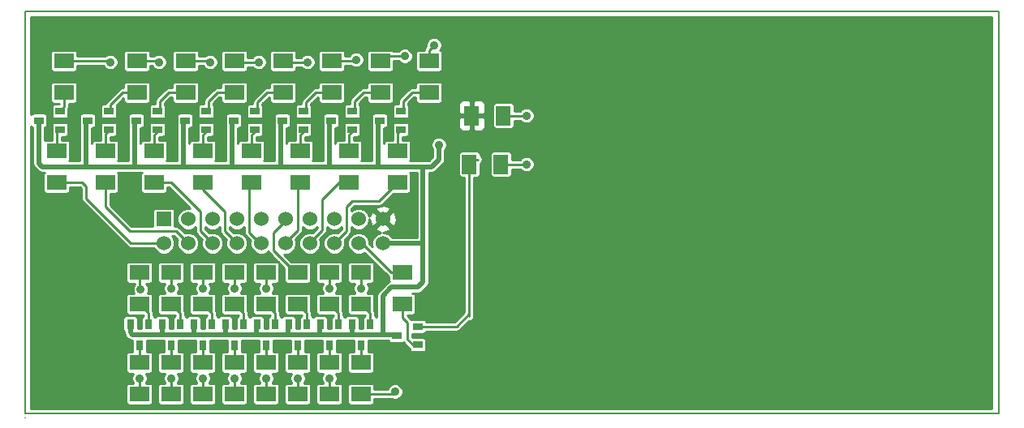
<source format=gbl>
G04 (created by PCBNEW (2013-jul-07)-stable) date ven. 28 nov. 2014 16:43:25 CET*
%MOIN*%
G04 Gerber Fmt 3.4, Leading zero omitted, Abs format*
%FSLAX34Y34*%
G01*
G70*
G90*
G04 APERTURE LIST*
%ADD10C,0.00590551*%
%ADD11R,0.08X0.06*%
%ADD12R,0.06X0.06*%
%ADD13C,0.06*%
%ADD14R,0.06X0.08*%
%ADD15R,0.0315X0.0394*%
%ADD16R,0.0394X0.0315*%
%ADD17C,0.035*%
%ADD18C,0.02*%
%ADD19C,0.01*%
G04 APERTURE END LIST*
G54D10*
X74000Y-29100D02*
X74000Y-45650D01*
X73400Y-29100D02*
X74000Y-29100D01*
X73400Y-45650D02*
X74000Y-45650D01*
X34000Y-29100D02*
X34000Y-45600D01*
X34000Y-29100D02*
X73400Y-29100D01*
X34000Y-45650D02*
X34000Y-45600D01*
X73400Y-45650D02*
X34000Y-45650D01*
X34000Y-45800D02*
G75*
G03X34000Y-45800I0J0D01*
G74*
G01*
X33999Y-45800D02*
X34000Y-45800D01*
X34000Y-45799D02*
X34000Y-45800D01*
G54D11*
X38700Y-39850D03*
X38700Y-41150D03*
X41300Y-39850D03*
X41300Y-41150D03*
X43900Y-39850D03*
X43900Y-41150D03*
X46500Y-39850D03*
X46500Y-41150D03*
X47800Y-39850D03*
X47800Y-41150D03*
X45200Y-39850D03*
X45200Y-41150D03*
X42600Y-39850D03*
X42600Y-41150D03*
X40000Y-39850D03*
X40000Y-41150D03*
X38700Y-44850D03*
X38700Y-43550D03*
X40000Y-44850D03*
X40000Y-43550D03*
G54D12*
X39700Y-37650D03*
G54D13*
X39700Y-38650D03*
X40700Y-37650D03*
X40700Y-38650D03*
X41700Y-37650D03*
X41700Y-38650D03*
X42700Y-37650D03*
X42700Y-38650D03*
X43700Y-37650D03*
X43700Y-38650D03*
X44700Y-37650D03*
X44700Y-38650D03*
X45700Y-37650D03*
X45700Y-38650D03*
X46700Y-37650D03*
X46700Y-38650D03*
X47700Y-37650D03*
X47700Y-38650D03*
X48700Y-37650D03*
X48700Y-38650D03*
G54D11*
X41300Y-44850D03*
X41300Y-43550D03*
X42600Y-44850D03*
X42600Y-43550D03*
X43900Y-44850D03*
X43900Y-43550D03*
X45200Y-44850D03*
X45200Y-43550D03*
X46500Y-44850D03*
X46500Y-43550D03*
X47800Y-44850D03*
X47800Y-43550D03*
X35300Y-36150D03*
X35300Y-34850D03*
X37300Y-36150D03*
X37300Y-34850D03*
X39300Y-36150D03*
X39300Y-34850D03*
X41300Y-36150D03*
X41300Y-34850D03*
X43300Y-36150D03*
X43300Y-34850D03*
X45300Y-36150D03*
X45300Y-34850D03*
X47300Y-36150D03*
X47300Y-34850D03*
X49300Y-36150D03*
X49300Y-34850D03*
X35600Y-31150D03*
X35600Y-32450D03*
X38600Y-31150D03*
X38600Y-32450D03*
X40600Y-31150D03*
X40600Y-32450D03*
X42600Y-31150D03*
X42600Y-32450D03*
X44600Y-31150D03*
X44600Y-32450D03*
X46600Y-31150D03*
X46600Y-32450D03*
X48600Y-31150D03*
X48600Y-32450D03*
X50600Y-31150D03*
X50600Y-32450D03*
G54D14*
X52350Y-33400D03*
X53650Y-33400D03*
X53550Y-35400D03*
X52250Y-35400D03*
G54D11*
X49500Y-39850D03*
X49500Y-41150D03*
G54D15*
X38700Y-42833D03*
X39075Y-41967D03*
X38325Y-41967D03*
X40000Y-42833D03*
X40375Y-41967D03*
X39625Y-41967D03*
X41300Y-42833D03*
X41675Y-41967D03*
X40925Y-41967D03*
X42600Y-42833D03*
X42975Y-41967D03*
X42225Y-41967D03*
X43900Y-42833D03*
X44275Y-41967D03*
X43525Y-41967D03*
X45200Y-42833D03*
X45575Y-41967D03*
X44825Y-41967D03*
X46500Y-42833D03*
X46875Y-41967D03*
X46125Y-41967D03*
X47800Y-42833D03*
X48175Y-41967D03*
X47425Y-41967D03*
G54D16*
X34567Y-33600D03*
X35433Y-33975D03*
X35433Y-33225D03*
X36567Y-33600D03*
X37433Y-33975D03*
X37433Y-33225D03*
X38567Y-33600D03*
X39433Y-33975D03*
X39433Y-33225D03*
X40567Y-33600D03*
X41433Y-33975D03*
X41433Y-33225D03*
X42567Y-33600D03*
X43433Y-33975D03*
X43433Y-33225D03*
X44567Y-33600D03*
X45433Y-33975D03*
X45433Y-33225D03*
X46567Y-33600D03*
X47433Y-33975D03*
X47433Y-33225D03*
X48567Y-33600D03*
X49433Y-33975D03*
X49433Y-33225D03*
X49267Y-42450D03*
X50133Y-42825D03*
X50133Y-42075D03*
G54D17*
X51000Y-34600D03*
X38750Y-40550D03*
X40000Y-40500D03*
X41300Y-40500D03*
X42600Y-40500D03*
X43900Y-40500D03*
X46500Y-40500D03*
X47800Y-40500D03*
X45600Y-31200D03*
X50800Y-30500D03*
X49600Y-30950D03*
X41600Y-31200D03*
X39500Y-31200D03*
X43600Y-31200D03*
X54600Y-35400D03*
X54600Y-33400D03*
X38700Y-44200D03*
X40000Y-44200D03*
X46500Y-44200D03*
X45200Y-44200D03*
X47600Y-31100D03*
X37500Y-31200D03*
X49200Y-44750D03*
X41300Y-44200D03*
X42600Y-44200D03*
X43900Y-44200D03*
G54D18*
X51000Y-35200D02*
X51000Y-34600D01*
X50400Y-35500D02*
X50700Y-35500D01*
X51000Y-35200D02*
X50700Y-35500D01*
X50350Y-38400D02*
X50350Y-35500D01*
X50350Y-35500D02*
X50400Y-35500D01*
X48500Y-35500D02*
X48500Y-33667D01*
X48500Y-33667D02*
X48567Y-33600D01*
X46500Y-35500D02*
X46500Y-33667D01*
X46500Y-33667D02*
X46567Y-33600D01*
X44500Y-35500D02*
X44500Y-33667D01*
X44500Y-33667D02*
X44567Y-33600D01*
X42500Y-35500D02*
X42500Y-33667D01*
X42500Y-33667D02*
X42567Y-33600D01*
X40500Y-35500D02*
X40500Y-33667D01*
X40500Y-33667D02*
X40567Y-33600D01*
X38500Y-35500D02*
X38500Y-33667D01*
X38500Y-33667D02*
X38567Y-33600D01*
X36500Y-35500D02*
X36500Y-33667D01*
X36500Y-33667D02*
X36567Y-33600D01*
X50400Y-35500D02*
X48500Y-35500D01*
X48500Y-35500D02*
X46500Y-35500D01*
X46500Y-35500D02*
X44500Y-35500D01*
X44500Y-35500D02*
X42500Y-35500D01*
X42500Y-35500D02*
X40500Y-35500D01*
X40500Y-35500D02*
X38500Y-35500D01*
X38500Y-35500D02*
X36500Y-35500D01*
X36500Y-35500D02*
X34700Y-35500D01*
X34567Y-35367D02*
X34567Y-33600D01*
X34700Y-35500D02*
X34567Y-35367D01*
X48700Y-41250D02*
X48700Y-40800D01*
X48700Y-42400D02*
X48700Y-41250D01*
X46100Y-42400D02*
X46100Y-41992D01*
X46100Y-41992D02*
X46125Y-41967D01*
X44800Y-42400D02*
X44800Y-41992D01*
X44800Y-41992D02*
X44825Y-41967D01*
X43500Y-42400D02*
X43500Y-41992D01*
X43500Y-41992D02*
X43525Y-41967D01*
X42225Y-41967D02*
X42225Y-42375D01*
X42225Y-42375D02*
X42200Y-42400D01*
X40925Y-41967D02*
X40925Y-42375D01*
X40925Y-42375D02*
X40900Y-42400D01*
X39625Y-41967D02*
X39625Y-42375D01*
X39625Y-42375D02*
X39600Y-42400D01*
X47425Y-41967D02*
X47425Y-42400D01*
X47425Y-42400D02*
X47500Y-42400D01*
X38325Y-41967D02*
X38325Y-42325D01*
X38400Y-42400D02*
X39600Y-42400D01*
X39600Y-42400D02*
X40900Y-42400D01*
X40900Y-42400D02*
X41000Y-42400D01*
X41000Y-42400D02*
X42200Y-42400D01*
X42200Y-42400D02*
X43500Y-42400D01*
X43500Y-42400D02*
X44800Y-42400D01*
X44800Y-42400D02*
X46100Y-42400D01*
X46100Y-42400D02*
X46200Y-42400D01*
X46200Y-42400D02*
X47500Y-42400D01*
X47500Y-42400D02*
X48700Y-42400D01*
X38325Y-42325D02*
X38400Y-42400D01*
X48700Y-42400D02*
X49250Y-42400D01*
X49250Y-42400D02*
X49300Y-42450D01*
X49050Y-40450D02*
X50150Y-40450D01*
X48700Y-40800D02*
X49050Y-40450D01*
X50350Y-40150D02*
X50350Y-38650D01*
X50350Y-40250D02*
X50350Y-40150D01*
X50150Y-40450D02*
X50350Y-40250D01*
X48700Y-38650D02*
X50350Y-38650D01*
X50350Y-38650D02*
X50350Y-38400D01*
X50350Y-38400D02*
X50350Y-38350D01*
G54D19*
X38700Y-40500D02*
X38700Y-39850D01*
X38750Y-40550D02*
X38700Y-40500D01*
X40000Y-40500D02*
X40000Y-39850D01*
X41300Y-40500D02*
X41300Y-39850D01*
X42600Y-40500D02*
X42600Y-39850D01*
X43900Y-40500D02*
X43900Y-39850D01*
X45100Y-39850D02*
X45200Y-39850D01*
X44200Y-38950D02*
X45100Y-39850D01*
X44200Y-38200D02*
X44200Y-38950D01*
X44700Y-37650D02*
X44700Y-37700D01*
X44700Y-37700D02*
X44200Y-38200D01*
X46500Y-40500D02*
X46500Y-39850D01*
X47800Y-40500D02*
X47800Y-39850D01*
X49050Y-39850D02*
X49500Y-39850D01*
X47700Y-38650D02*
X47850Y-38650D01*
X47850Y-38650D02*
X49050Y-39850D01*
X45950Y-32450D02*
X46600Y-32450D01*
X45550Y-32850D02*
X45950Y-32450D01*
X45550Y-33250D02*
X45550Y-32850D01*
X44650Y-31200D02*
X45600Y-31200D01*
X44650Y-31200D02*
X44600Y-31150D01*
X47300Y-34850D02*
X47300Y-34200D01*
X47300Y-34200D02*
X47550Y-33950D01*
X49900Y-32450D02*
X50600Y-32450D01*
X49550Y-32800D02*
X49900Y-32450D01*
X49550Y-33250D02*
X49550Y-32800D01*
X50600Y-31150D02*
X50600Y-30700D01*
X50600Y-30700D02*
X50800Y-30500D01*
X47550Y-33250D02*
X47550Y-32800D01*
X47550Y-32800D02*
X47900Y-32450D01*
X47900Y-32450D02*
X48600Y-32450D01*
X48600Y-31150D02*
X48800Y-30950D01*
X48800Y-30950D02*
X49600Y-30950D01*
X41550Y-31150D02*
X41600Y-31200D01*
X40600Y-31150D02*
X41550Y-31150D01*
X37300Y-34850D02*
X37300Y-34150D01*
X37300Y-34150D02*
X37500Y-33950D01*
X37500Y-33250D02*
X37500Y-32950D01*
X37500Y-32950D02*
X38000Y-32450D01*
X38000Y-32450D02*
X38600Y-32450D01*
X45300Y-34200D02*
X45550Y-33950D01*
X45300Y-34850D02*
X45300Y-34200D01*
X39900Y-32450D02*
X40600Y-32450D01*
X39550Y-32800D02*
X39900Y-32450D01*
X39550Y-33250D02*
X39550Y-32800D01*
X39450Y-31150D02*
X39500Y-31200D01*
X38600Y-31150D02*
X39450Y-31150D01*
X35300Y-34850D02*
X35300Y-34050D01*
X35300Y-34050D02*
X35400Y-33950D01*
X35600Y-33050D02*
X35400Y-33250D01*
X35600Y-32450D02*
X35600Y-33050D01*
X41300Y-34850D02*
X41300Y-34200D01*
X41300Y-34200D02*
X41550Y-33950D01*
X41550Y-33250D02*
X41550Y-32800D01*
X41550Y-32800D02*
X41900Y-32450D01*
X41900Y-32450D02*
X42600Y-32450D01*
X42650Y-31200D02*
X43600Y-31200D01*
X42600Y-31150D02*
X42650Y-31200D01*
X39300Y-34200D02*
X39550Y-33950D01*
X39300Y-34850D02*
X39300Y-34200D01*
X50133Y-42075D02*
X51725Y-42075D01*
X51725Y-42075D02*
X52250Y-41550D01*
X52250Y-41650D02*
X52250Y-41550D01*
X52250Y-41550D02*
X52250Y-35200D01*
X52600Y-35200D02*
X52350Y-35200D01*
X49500Y-41150D02*
X49500Y-41700D01*
X49925Y-42825D02*
X50133Y-42825D01*
X49700Y-42600D02*
X49925Y-42825D01*
X49700Y-41900D02*
X49700Y-42600D01*
X49500Y-41700D02*
X49700Y-41900D01*
X49300Y-34850D02*
X49300Y-34108D01*
X49300Y-34108D02*
X49433Y-33975D01*
X53550Y-35400D02*
X54600Y-35400D01*
X54600Y-33400D02*
X53650Y-33400D01*
X38700Y-42800D02*
X38700Y-43550D01*
X38700Y-44850D02*
X38700Y-44200D01*
X40000Y-43550D02*
X40000Y-42800D01*
X40000Y-44850D02*
X40000Y-44200D01*
X39075Y-41967D02*
X39075Y-41525D01*
X39075Y-41525D02*
X38700Y-41150D01*
X45200Y-43550D02*
X45200Y-42800D01*
X46500Y-43550D02*
X46500Y-42800D01*
X46500Y-44850D02*
X46500Y-44200D01*
X45575Y-41967D02*
X45575Y-41525D01*
X45575Y-41525D02*
X45200Y-41150D01*
X46875Y-41967D02*
X46875Y-41525D01*
X46875Y-41525D02*
X46500Y-41150D01*
X45200Y-44850D02*
X45200Y-44200D01*
X44275Y-41967D02*
X44275Y-41525D01*
X44275Y-41525D02*
X43900Y-41150D01*
X46600Y-31150D02*
X47550Y-31150D01*
X47550Y-31150D02*
X47600Y-31100D01*
X37450Y-31150D02*
X37500Y-31200D01*
X35600Y-31150D02*
X37450Y-31150D01*
X48175Y-41967D02*
X48175Y-41525D01*
X48175Y-41525D02*
X47800Y-41150D01*
X47800Y-43550D02*
X47800Y-42800D01*
X49100Y-44850D02*
X49200Y-44750D01*
X47800Y-44850D02*
X49100Y-44850D01*
X41300Y-44850D02*
X41300Y-44200D01*
X42600Y-44850D02*
X42600Y-44200D01*
X41675Y-41967D02*
X41675Y-41525D01*
X41675Y-41525D02*
X41300Y-41150D01*
X41300Y-43550D02*
X41300Y-42800D01*
X40375Y-41967D02*
X40375Y-41525D01*
X40375Y-41525D02*
X40000Y-41150D01*
X42975Y-41967D02*
X42975Y-41525D01*
X42975Y-41525D02*
X42600Y-41150D01*
X43300Y-34850D02*
X43300Y-34200D01*
X43300Y-34200D02*
X43550Y-33950D01*
X43900Y-43550D02*
X43900Y-42800D01*
X43900Y-44850D02*
X43900Y-44200D01*
X42600Y-43550D02*
X42600Y-42800D01*
X43550Y-33250D02*
X43550Y-32850D01*
X43550Y-32850D02*
X43950Y-32450D01*
X43950Y-32450D02*
X44600Y-32450D01*
X35300Y-36150D02*
X36350Y-36150D01*
X36500Y-36800D02*
X38350Y-38650D01*
X36500Y-36300D02*
X36500Y-36800D01*
X36350Y-36150D02*
X36500Y-36300D01*
X38350Y-38650D02*
X39700Y-38650D01*
X40200Y-38150D02*
X40700Y-38650D01*
X38300Y-38150D02*
X40200Y-38150D01*
X37300Y-36150D02*
X37300Y-37150D01*
X37300Y-37150D02*
X38300Y-38150D01*
X41200Y-38150D02*
X41700Y-38650D01*
X41200Y-37350D02*
X41200Y-38150D01*
X39300Y-36150D02*
X40000Y-36150D01*
X40000Y-36150D02*
X41200Y-37350D01*
X42200Y-38150D02*
X42700Y-38650D01*
X42200Y-37350D02*
X42200Y-38150D01*
X41300Y-36150D02*
X41300Y-36450D01*
X41300Y-36450D02*
X42200Y-37350D01*
X43700Y-38650D02*
X43650Y-38650D01*
X43650Y-38650D02*
X43200Y-38200D01*
X43200Y-36250D02*
X43300Y-36150D01*
X43200Y-38200D02*
X43200Y-36250D01*
X44700Y-38650D02*
X44700Y-38600D01*
X44700Y-38600D02*
X45200Y-38100D01*
X45200Y-36250D02*
X45300Y-36150D01*
X45200Y-38100D02*
X45200Y-36250D01*
X45700Y-38650D02*
X45700Y-38600D01*
X45700Y-38600D02*
X46200Y-38100D01*
X46900Y-36150D02*
X47300Y-36150D01*
X46200Y-36850D02*
X46900Y-36150D01*
X46200Y-38100D02*
X46200Y-36850D01*
X46700Y-38650D02*
X47200Y-38150D01*
X47200Y-38150D02*
X47200Y-37150D01*
X48550Y-36900D02*
X49300Y-36150D01*
X47450Y-36900D02*
X48550Y-36900D01*
X47200Y-37150D02*
X47450Y-36900D01*
G54D10*
G36*
X73700Y-45450D02*
X54925Y-45450D01*
X54925Y-35335D01*
X54925Y-33335D01*
X54875Y-33216D01*
X54784Y-33124D01*
X54664Y-33075D01*
X54535Y-33074D01*
X54416Y-33124D01*
X54340Y-33200D01*
X54100Y-33200D01*
X54100Y-32970D01*
X54077Y-32915D01*
X54035Y-32872D01*
X53979Y-32850D01*
X53920Y-32849D01*
X53320Y-32849D01*
X53265Y-32872D01*
X53222Y-32914D01*
X53200Y-32970D01*
X53199Y-33029D01*
X53199Y-33829D01*
X53222Y-33884D01*
X53264Y-33927D01*
X53320Y-33949D01*
X53379Y-33950D01*
X53979Y-33950D01*
X54034Y-33927D01*
X54077Y-33885D01*
X54099Y-33829D01*
X54100Y-33770D01*
X54100Y-33600D01*
X54340Y-33600D01*
X54415Y-33675D01*
X54535Y-33724D01*
X54664Y-33725D01*
X54783Y-33675D01*
X54875Y-33584D01*
X54924Y-33464D01*
X54925Y-33335D01*
X54925Y-35335D01*
X54875Y-35216D01*
X54784Y-35124D01*
X54664Y-35075D01*
X54535Y-35074D01*
X54416Y-35124D01*
X54340Y-35200D01*
X54000Y-35200D01*
X54000Y-34970D01*
X53977Y-34915D01*
X53935Y-34872D01*
X53879Y-34850D01*
X53820Y-34849D01*
X53220Y-34849D01*
X53165Y-34872D01*
X53122Y-34914D01*
X53100Y-34970D01*
X53099Y-35029D01*
X53099Y-35829D01*
X53122Y-35884D01*
X53164Y-35927D01*
X53220Y-35949D01*
X53279Y-35950D01*
X53879Y-35950D01*
X53934Y-35927D01*
X53977Y-35885D01*
X53999Y-35829D01*
X54000Y-35770D01*
X54000Y-35600D01*
X54340Y-35600D01*
X54415Y-35675D01*
X54535Y-35724D01*
X54664Y-35725D01*
X54783Y-35675D01*
X54875Y-35584D01*
X54924Y-35464D01*
X54925Y-35335D01*
X54925Y-45450D01*
X52900Y-45450D01*
X52900Y-33750D01*
X52900Y-33049D01*
X52899Y-32950D01*
X52861Y-32858D01*
X52791Y-32787D01*
X52699Y-32749D01*
X52462Y-32750D01*
X52400Y-32812D01*
X52400Y-33350D01*
X52837Y-33350D01*
X52900Y-33287D01*
X52900Y-33049D01*
X52900Y-33750D01*
X52900Y-33512D01*
X52837Y-33450D01*
X52400Y-33450D01*
X52400Y-33987D01*
X52462Y-34050D01*
X52699Y-34050D01*
X52791Y-34012D01*
X52861Y-33941D01*
X52899Y-33849D01*
X52900Y-33750D01*
X52900Y-45450D01*
X49525Y-45450D01*
X49525Y-44685D01*
X49475Y-44566D01*
X49384Y-44474D01*
X49264Y-44425D01*
X49135Y-44424D01*
X49016Y-44474D01*
X48924Y-44565D01*
X48889Y-44650D01*
X48350Y-44650D01*
X48350Y-44520D01*
X48327Y-44465D01*
X48285Y-44422D01*
X48229Y-44400D01*
X48170Y-44399D01*
X47370Y-44399D01*
X47315Y-44422D01*
X47272Y-44464D01*
X47250Y-44520D01*
X47249Y-44579D01*
X47249Y-45179D01*
X47272Y-45234D01*
X47314Y-45277D01*
X47370Y-45299D01*
X47429Y-45300D01*
X48229Y-45300D01*
X48284Y-45277D01*
X48327Y-45235D01*
X48349Y-45179D01*
X48350Y-45120D01*
X48350Y-45050D01*
X49074Y-45050D01*
X49135Y-45074D01*
X49264Y-45075D01*
X49383Y-45025D01*
X49475Y-44934D01*
X49524Y-44814D01*
X49525Y-44685D01*
X49525Y-45450D01*
X34250Y-45450D01*
X34250Y-33849D01*
X34284Y-33884D01*
X34317Y-33897D01*
X34317Y-35367D01*
X34336Y-35462D01*
X34390Y-35543D01*
X34523Y-35676D01*
X34523Y-35676D01*
X34604Y-35730D01*
X34604Y-35730D01*
X34700Y-35750D01*
X34787Y-35750D01*
X34772Y-35764D01*
X34750Y-35820D01*
X34749Y-35879D01*
X34749Y-36479D01*
X34772Y-36534D01*
X34814Y-36577D01*
X34870Y-36599D01*
X34929Y-36600D01*
X35729Y-36600D01*
X35784Y-36577D01*
X35827Y-36535D01*
X35849Y-36479D01*
X35850Y-36420D01*
X35850Y-36350D01*
X36267Y-36350D01*
X36300Y-36382D01*
X36300Y-36800D01*
X36315Y-36876D01*
X36358Y-36941D01*
X38208Y-38791D01*
X38208Y-38791D01*
X38251Y-38820D01*
X38273Y-38834D01*
X38273Y-38834D01*
X38350Y-38850D01*
X39295Y-38850D01*
X39318Y-38904D01*
X39444Y-39031D01*
X39610Y-39099D01*
X39789Y-39100D01*
X39954Y-39031D01*
X40081Y-38905D01*
X40149Y-38739D01*
X40150Y-38560D01*
X40081Y-38395D01*
X40036Y-38350D01*
X40117Y-38350D01*
X40272Y-38505D01*
X40250Y-38560D01*
X40249Y-38739D01*
X40318Y-38904D01*
X40444Y-39031D01*
X40610Y-39099D01*
X40789Y-39100D01*
X40954Y-39031D01*
X41081Y-38905D01*
X41149Y-38739D01*
X41150Y-38560D01*
X41081Y-38395D01*
X40955Y-38268D01*
X40789Y-38200D01*
X40610Y-38199D01*
X40555Y-38222D01*
X40341Y-38008D01*
X40276Y-37965D01*
X40200Y-37950D01*
X40150Y-37950D01*
X40150Y-37920D01*
X40150Y-37320D01*
X40127Y-37265D01*
X40085Y-37222D01*
X40029Y-37200D01*
X39970Y-37199D01*
X39370Y-37199D01*
X39315Y-37222D01*
X39272Y-37264D01*
X39250Y-37320D01*
X39249Y-37379D01*
X39249Y-37950D01*
X38382Y-37950D01*
X37500Y-37067D01*
X37500Y-36600D01*
X37729Y-36600D01*
X37784Y-36577D01*
X37827Y-36535D01*
X37849Y-36479D01*
X37850Y-36420D01*
X37850Y-35820D01*
X37827Y-35765D01*
X37812Y-35750D01*
X38500Y-35750D01*
X38787Y-35750D01*
X38772Y-35764D01*
X38750Y-35820D01*
X38749Y-35879D01*
X38749Y-36479D01*
X38772Y-36534D01*
X38814Y-36577D01*
X38870Y-36599D01*
X38929Y-36600D01*
X39729Y-36600D01*
X39784Y-36577D01*
X39827Y-36535D01*
X39849Y-36479D01*
X39850Y-36420D01*
X39850Y-36350D01*
X39917Y-36350D01*
X40767Y-37200D01*
X40610Y-37199D01*
X40445Y-37268D01*
X40318Y-37394D01*
X40250Y-37560D01*
X40249Y-37739D01*
X40318Y-37904D01*
X40444Y-38031D01*
X40610Y-38099D01*
X40789Y-38100D01*
X40954Y-38031D01*
X41000Y-37986D01*
X41000Y-38150D01*
X41015Y-38226D01*
X41058Y-38291D01*
X41272Y-38505D01*
X41250Y-38560D01*
X41249Y-38739D01*
X41318Y-38904D01*
X41444Y-39031D01*
X41610Y-39099D01*
X41789Y-39100D01*
X41954Y-39031D01*
X42081Y-38905D01*
X42149Y-38739D01*
X42150Y-38560D01*
X42081Y-38395D01*
X41955Y-38268D01*
X41789Y-38200D01*
X41610Y-38199D01*
X41555Y-38222D01*
X41400Y-38067D01*
X41400Y-37986D01*
X41444Y-38031D01*
X41610Y-38099D01*
X41789Y-38100D01*
X41954Y-38031D01*
X42000Y-37986D01*
X42000Y-38150D01*
X42015Y-38226D01*
X42058Y-38291D01*
X42272Y-38505D01*
X42250Y-38560D01*
X42249Y-38739D01*
X42318Y-38904D01*
X42444Y-39031D01*
X42610Y-39099D01*
X42789Y-39100D01*
X42954Y-39031D01*
X43081Y-38905D01*
X43149Y-38739D01*
X43150Y-38560D01*
X43081Y-38395D01*
X42955Y-38268D01*
X42789Y-38200D01*
X42610Y-38199D01*
X42555Y-38222D01*
X42400Y-38067D01*
X42400Y-37986D01*
X42444Y-38031D01*
X42610Y-38099D01*
X42789Y-38100D01*
X42954Y-38031D01*
X43000Y-37986D01*
X43000Y-38200D01*
X43015Y-38276D01*
X43058Y-38341D01*
X43258Y-38540D01*
X43250Y-38560D01*
X43249Y-38739D01*
X43318Y-38904D01*
X43444Y-39031D01*
X43610Y-39099D01*
X43789Y-39100D01*
X43954Y-39031D01*
X44006Y-38980D01*
X44015Y-39026D01*
X44058Y-39091D01*
X44649Y-39682D01*
X44649Y-40179D01*
X44672Y-40234D01*
X44714Y-40277D01*
X44770Y-40299D01*
X44829Y-40300D01*
X45629Y-40300D01*
X45684Y-40277D01*
X45727Y-40235D01*
X45749Y-40179D01*
X45750Y-40120D01*
X45750Y-39520D01*
X45727Y-39465D01*
X45685Y-39422D01*
X45629Y-39400D01*
X45570Y-39399D01*
X44932Y-39399D01*
X44632Y-39099D01*
X44789Y-39100D01*
X44954Y-39031D01*
X45081Y-38905D01*
X45149Y-38739D01*
X45150Y-38560D01*
X45112Y-38470D01*
X45341Y-38241D01*
X45384Y-38176D01*
X45384Y-38176D01*
X45387Y-38163D01*
X45399Y-38100D01*
X45400Y-38100D01*
X45400Y-37986D01*
X45444Y-38031D01*
X45610Y-38099D01*
X45789Y-38100D01*
X45954Y-38031D01*
X46000Y-37986D01*
X46000Y-38017D01*
X45809Y-38208D01*
X45789Y-38200D01*
X45610Y-38199D01*
X45445Y-38268D01*
X45318Y-38394D01*
X45250Y-38560D01*
X45249Y-38739D01*
X45318Y-38904D01*
X45444Y-39031D01*
X45610Y-39099D01*
X45789Y-39100D01*
X45954Y-39031D01*
X46081Y-38905D01*
X46149Y-38739D01*
X46150Y-38560D01*
X46112Y-38470D01*
X46341Y-38241D01*
X46384Y-38176D01*
X46384Y-38176D01*
X46387Y-38163D01*
X46399Y-38100D01*
X46400Y-38100D01*
X46400Y-37986D01*
X46444Y-38031D01*
X46610Y-38099D01*
X46789Y-38100D01*
X46954Y-38031D01*
X47000Y-37986D01*
X47000Y-38067D01*
X46844Y-38222D01*
X46789Y-38200D01*
X46610Y-38199D01*
X46445Y-38268D01*
X46318Y-38394D01*
X46250Y-38560D01*
X46249Y-38739D01*
X46318Y-38904D01*
X46444Y-39031D01*
X46610Y-39099D01*
X46789Y-39100D01*
X46954Y-39031D01*
X47081Y-38905D01*
X47149Y-38739D01*
X47150Y-38560D01*
X47127Y-38505D01*
X47341Y-38291D01*
X47384Y-38226D01*
X47384Y-38226D01*
X47387Y-38213D01*
X47399Y-38150D01*
X47400Y-38150D01*
X47400Y-37986D01*
X47444Y-38031D01*
X47610Y-38099D01*
X47789Y-38100D01*
X47954Y-38031D01*
X48081Y-37905D01*
X48149Y-37739D01*
X48149Y-37663D01*
X48156Y-37786D01*
X48218Y-37937D01*
X48314Y-37965D01*
X48629Y-37650D01*
X48314Y-37334D01*
X48218Y-37362D01*
X48148Y-37557D01*
X48081Y-37395D01*
X47955Y-37268D01*
X47789Y-37200D01*
X47610Y-37199D01*
X47445Y-37268D01*
X47400Y-37313D01*
X47400Y-37232D01*
X47532Y-37100D01*
X48550Y-37100D01*
X48626Y-37084D01*
X48691Y-37041D01*
X49132Y-36600D01*
X49729Y-36600D01*
X49784Y-36577D01*
X49827Y-36535D01*
X49849Y-36479D01*
X49850Y-36420D01*
X49850Y-35820D01*
X49827Y-35765D01*
X49812Y-35750D01*
X50100Y-35750D01*
X50100Y-38350D01*
X50100Y-38400D01*
X49254Y-38400D01*
X49254Y-37731D01*
X49243Y-37513D01*
X49181Y-37362D01*
X49085Y-37334D01*
X49015Y-37405D01*
X49015Y-37264D01*
X48987Y-37168D01*
X48781Y-37095D01*
X48563Y-37106D01*
X48412Y-37168D01*
X48384Y-37264D01*
X48700Y-37579D01*
X49015Y-37264D01*
X49015Y-37405D01*
X48770Y-37650D01*
X49085Y-37965D01*
X49181Y-37937D01*
X49254Y-37731D01*
X49254Y-38400D01*
X49083Y-38400D01*
X49081Y-38395D01*
X48955Y-38268D01*
X48789Y-38200D01*
X48713Y-38200D01*
X48836Y-38193D01*
X48987Y-38131D01*
X49015Y-38035D01*
X48700Y-37720D01*
X48384Y-38035D01*
X48412Y-38131D01*
X48607Y-38201D01*
X48445Y-38268D01*
X48318Y-38394D01*
X48250Y-38560D01*
X48249Y-38739D01*
X48269Y-38786D01*
X48149Y-38667D01*
X48150Y-38560D01*
X48081Y-38395D01*
X47955Y-38268D01*
X47789Y-38200D01*
X47610Y-38199D01*
X47445Y-38268D01*
X47318Y-38394D01*
X47250Y-38560D01*
X47249Y-38739D01*
X47318Y-38904D01*
X47444Y-39031D01*
X47610Y-39099D01*
X47789Y-39100D01*
X47950Y-39033D01*
X48908Y-39991D01*
X48908Y-39991D01*
X48949Y-40019D01*
X48949Y-40179D01*
X48965Y-40216D01*
X48954Y-40219D01*
X48873Y-40273D01*
X48873Y-40273D01*
X48523Y-40623D01*
X48469Y-40704D01*
X48450Y-40800D01*
X48450Y-41250D01*
X48450Y-41675D01*
X48417Y-41642D01*
X48375Y-41625D01*
X48375Y-41525D01*
X48362Y-41461D01*
X48359Y-41448D01*
X48359Y-41448D01*
X48350Y-41433D01*
X48350Y-41433D01*
X48350Y-41420D01*
X48350Y-40820D01*
X48327Y-40765D01*
X48285Y-40722D01*
X48229Y-40700D01*
X48170Y-40699D01*
X48059Y-40699D01*
X48075Y-40684D01*
X48124Y-40564D01*
X48125Y-40435D01*
X48075Y-40316D01*
X48059Y-40300D01*
X48229Y-40300D01*
X48284Y-40277D01*
X48327Y-40235D01*
X48349Y-40179D01*
X48350Y-40120D01*
X48350Y-39520D01*
X48327Y-39465D01*
X48285Y-39422D01*
X48229Y-39400D01*
X48170Y-39399D01*
X47370Y-39399D01*
X47315Y-39422D01*
X47272Y-39464D01*
X47250Y-39520D01*
X47249Y-39579D01*
X47249Y-40179D01*
X47272Y-40234D01*
X47314Y-40277D01*
X47370Y-40299D01*
X47429Y-40300D01*
X47540Y-40300D01*
X47524Y-40315D01*
X47475Y-40435D01*
X47474Y-40564D01*
X47524Y-40683D01*
X47540Y-40699D01*
X47370Y-40699D01*
X47315Y-40722D01*
X47272Y-40764D01*
X47250Y-40820D01*
X47249Y-40879D01*
X47249Y-41479D01*
X47272Y-41534D01*
X47314Y-41577D01*
X47370Y-41599D01*
X47429Y-41600D01*
X47967Y-41600D01*
X47975Y-41607D01*
X47975Y-41625D01*
X47932Y-41642D01*
X47890Y-41684D01*
X47867Y-41740D01*
X47867Y-41799D01*
X47867Y-42150D01*
X47732Y-42150D01*
X47732Y-42134D01*
X47732Y-41740D01*
X47709Y-41685D01*
X47667Y-41642D01*
X47612Y-41620D01*
X47552Y-41619D01*
X47237Y-41619D01*
X47182Y-41642D01*
X47149Y-41675D01*
X47117Y-41642D01*
X47075Y-41625D01*
X47075Y-41525D01*
X47062Y-41461D01*
X47059Y-41448D01*
X47059Y-41448D01*
X47050Y-41433D01*
X47050Y-41433D01*
X47050Y-41420D01*
X47050Y-40820D01*
X47027Y-40765D01*
X46985Y-40722D01*
X46929Y-40700D01*
X46870Y-40699D01*
X46759Y-40699D01*
X46775Y-40684D01*
X46824Y-40564D01*
X46825Y-40435D01*
X46775Y-40316D01*
X46759Y-40300D01*
X46929Y-40300D01*
X46984Y-40277D01*
X47027Y-40235D01*
X47049Y-40179D01*
X47050Y-40120D01*
X47050Y-39520D01*
X47027Y-39465D01*
X46985Y-39422D01*
X46929Y-39400D01*
X46870Y-39399D01*
X46070Y-39399D01*
X46015Y-39422D01*
X45972Y-39464D01*
X45950Y-39520D01*
X45949Y-39579D01*
X45949Y-40179D01*
X45972Y-40234D01*
X46014Y-40277D01*
X46070Y-40299D01*
X46129Y-40300D01*
X46240Y-40300D01*
X46224Y-40315D01*
X46175Y-40435D01*
X46174Y-40564D01*
X46224Y-40683D01*
X46240Y-40699D01*
X46070Y-40699D01*
X46015Y-40722D01*
X45972Y-40764D01*
X45950Y-40820D01*
X45949Y-40879D01*
X45949Y-41479D01*
X45972Y-41534D01*
X46014Y-41577D01*
X46070Y-41599D01*
X46129Y-41600D01*
X46667Y-41600D01*
X46675Y-41607D01*
X46675Y-41625D01*
X46632Y-41642D01*
X46590Y-41684D01*
X46567Y-41740D01*
X46567Y-41799D01*
X46567Y-42150D01*
X46432Y-42150D01*
X46432Y-42134D01*
X46432Y-41740D01*
X46409Y-41685D01*
X46367Y-41642D01*
X46312Y-41620D01*
X46252Y-41619D01*
X45937Y-41619D01*
X45882Y-41642D01*
X45849Y-41675D01*
X45817Y-41642D01*
X45775Y-41625D01*
X45775Y-41525D01*
X45762Y-41461D01*
X45759Y-41448D01*
X45759Y-41448D01*
X45750Y-41433D01*
X45750Y-41433D01*
X45750Y-41420D01*
X45750Y-40820D01*
X45727Y-40765D01*
X45685Y-40722D01*
X45629Y-40700D01*
X45570Y-40699D01*
X44770Y-40699D01*
X44715Y-40722D01*
X44672Y-40764D01*
X44650Y-40820D01*
X44649Y-40879D01*
X44649Y-41479D01*
X44672Y-41534D01*
X44714Y-41577D01*
X44770Y-41599D01*
X44829Y-41600D01*
X45367Y-41600D01*
X45375Y-41607D01*
X45375Y-41625D01*
X45332Y-41642D01*
X45290Y-41684D01*
X45267Y-41740D01*
X45267Y-41799D01*
X45267Y-42150D01*
X45132Y-42150D01*
X45132Y-42134D01*
X45132Y-41740D01*
X45109Y-41685D01*
X45067Y-41642D01*
X45012Y-41620D01*
X44952Y-41619D01*
X44637Y-41619D01*
X44582Y-41642D01*
X44549Y-41675D01*
X44517Y-41642D01*
X44475Y-41625D01*
X44475Y-41525D01*
X44462Y-41461D01*
X44459Y-41448D01*
X44459Y-41448D01*
X44450Y-41433D01*
X44450Y-41433D01*
X44450Y-41420D01*
X44450Y-40820D01*
X44427Y-40765D01*
X44385Y-40722D01*
X44329Y-40700D01*
X44270Y-40699D01*
X44159Y-40699D01*
X44175Y-40684D01*
X44224Y-40564D01*
X44225Y-40435D01*
X44175Y-40316D01*
X44159Y-40300D01*
X44329Y-40300D01*
X44384Y-40277D01*
X44427Y-40235D01*
X44449Y-40179D01*
X44450Y-40120D01*
X44450Y-39520D01*
X44427Y-39465D01*
X44385Y-39422D01*
X44329Y-39400D01*
X44270Y-39399D01*
X43470Y-39399D01*
X43415Y-39422D01*
X43372Y-39464D01*
X43350Y-39520D01*
X43349Y-39579D01*
X43349Y-40179D01*
X43372Y-40234D01*
X43414Y-40277D01*
X43470Y-40299D01*
X43529Y-40300D01*
X43640Y-40300D01*
X43624Y-40315D01*
X43575Y-40435D01*
X43574Y-40564D01*
X43624Y-40683D01*
X43640Y-40699D01*
X43470Y-40699D01*
X43415Y-40722D01*
X43372Y-40764D01*
X43350Y-40820D01*
X43349Y-40879D01*
X43349Y-41479D01*
X43372Y-41534D01*
X43414Y-41577D01*
X43470Y-41599D01*
X43529Y-41600D01*
X44067Y-41600D01*
X44075Y-41607D01*
X44075Y-41625D01*
X44032Y-41642D01*
X43990Y-41684D01*
X43967Y-41740D01*
X43967Y-41799D01*
X43967Y-42150D01*
X43832Y-42150D01*
X43832Y-42134D01*
X43832Y-41740D01*
X43809Y-41685D01*
X43767Y-41642D01*
X43712Y-41620D01*
X43652Y-41619D01*
X43337Y-41619D01*
X43282Y-41642D01*
X43249Y-41675D01*
X43217Y-41642D01*
X43175Y-41625D01*
X43175Y-41525D01*
X43162Y-41461D01*
X43159Y-41448D01*
X43159Y-41448D01*
X43150Y-41433D01*
X43150Y-41433D01*
X43150Y-41420D01*
X43150Y-40820D01*
X43127Y-40765D01*
X43085Y-40722D01*
X43029Y-40700D01*
X42970Y-40699D01*
X42859Y-40699D01*
X42875Y-40684D01*
X42924Y-40564D01*
X42925Y-40435D01*
X42875Y-40316D01*
X42859Y-40300D01*
X43029Y-40300D01*
X43084Y-40277D01*
X43127Y-40235D01*
X43149Y-40179D01*
X43150Y-40120D01*
X43150Y-39520D01*
X43127Y-39465D01*
X43085Y-39422D01*
X43029Y-39400D01*
X42970Y-39399D01*
X42170Y-39399D01*
X42115Y-39422D01*
X42072Y-39464D01*
X42050Y-39520D01*
X42049Y-39579D01*
X42049Y-40179D01*
X42072Y-40234D01*
X42114Y-40277D01*
X42170Y-40299D01*
X42229Y-40300D01*
X42340Y-40300D01*
X42324Y-40315D01*
X42275Y-40435D01*
X42274Y-40564D01*
X42324Y-40683D01*
X42340Y-40699D01*
X42170Y-40699D01*
X42115Y-40722D01*
X42072Y-40764D01*
X42050Y-40820D01*
X42049Y-40879D01*
X42049Y-41479D01*
X42072Y-41534D01*
X42114Y-41577D01*
X42170Y-41599D01*
X42229Y-41600D01*
X42767Y-41600D01*
X42775Y-41607D01*
X42775Y-41625D01*
X42732Y-41642D01*
X42690Y-41684D01*
X42667Y-41740D01*
X42667Y-41799D01*
X42667Y-42150D01*
X42532Y-42150D01*
X42532Y-42134D01*
X42532Y-41740D01*
X42509Y-41685D01*
X42467Y-41642D01*
X42412Y-41620D01*
X42352Y-41619D01*
X42037Y-41619D01*
X41982Y-41642D01*
X41949Y-41675D01*
X41917Y-41642D01*
X41875Y-41625D01*
X41875Y-41525D01*
X41862Y-41461D01*
X41859Y-41448D01*
X41859Y-41448D01*
X41850Y-41433D01*
X41850Y-41433D01*
X41850Y-41420D01*
X41850Y-40820D01*
X41827Y-40765D01*
X41785Y-40722D01*
X41729Y-40700D01*
X41670Y-40699D01*
X41559Y-40699D01*
X41575Y-40684D01*
X41624Y-40564D01*
X41625Y-40435D01*
X41575Y-40316D01*
X41559Y-40300D01*
X41729Y-40300D01*
X41784Y-40277D01*
X41827Y-40235D01*
X41849Y-40179D01*
X41850Y-40120D01*
X41850Y-39520D01*
X41827Y-39465D01*
X41785Y-39422D01*
X41729Y-39400D01*
X41670Y-39399D01*
X40870Y-39399D01*
X40815Y-39422D01*
X40772Y-39464D01*
X40750Y-39520D01*
X40749Y-39579D01*
X40749Y-40179D01*
X40772Y-40234D01*
X40814Y-40277D01*
X40870Y-40299D01*
X40929Y-40300D01*
X41040Y-40300D01*
X41024Y-40315D01*
X40975Y-40435D01*
X40974Y-40564D01*
X41024Y-40683D01*
X41040Y-40699D01*
X40870Y-40699D01*
X40815Y-40722D01*
X40772Y-40764D01*
X40750Y-40820D01*
X40749Y-40879D01*
X40749Y-41479D01*
X40772Y-41534D01*
X40814Y-41577D01*
X40870Y-41599D01*
X40929Y-41600D01*
X41467Y-41600D01*
X41475Y-41607D01*
X41475Y-41625D01*
X41432Y-41642D01*
X41390Y-41684D01*
X41367Y-41740D01*
X41367Y-41799D01*
X41367Y-42150D01*
X41232Y-42150D01*
X41232Y-42134D01*
X41232Y-41740D01*
X41209Y-41685D01*
X41167Y-41642D01*
X41112Y-41620D01*
X41052Y-41619D01*
X40737Y-41619D01*
X40682Y-41642D01*
X40649Y-41675D01*
X40617Y-41642D01*
X40575Y-41625D01*
X40575Y-41525D01*
X40562Y-41461D01*
X40559Y-41448D01*
X40559Y-41448D01*
X40550Y-41433D01*
X40550Y-41433D01*
X40550Y-41420D01*
X40550Y-40820D01*
X40527Y-40765D01*
X40485Y-40722D01*
X40429Y-40700D01*
X40370Y-40699D01*
X40259Y-40699D01*
X40275Y-40684D01*
X40324Y-40564D01*
X40325Y-40435D01*
X40275Y-40316D01*
X40259Y-40300D01*
X40429Y-40300D01*
X40484Y-40277D01*
X40527Y-40235D01*
X40549Y-40179D01*
X40550Y-40120D01*
X40550Y-39520D01*
X40527Y-39465D01*
X40485Y-39422D01*
X40429Y-39400D01*
X40370Y-39399D01*
X39570Y-39399D01*
X39515Y-39422D01*
X39472Y-39464D01*
X39450Y-39520D01*
X39449Y-39579D01*
X39449Y-40179D01*
X39472Y-40234D01*
X39514Y-40277D01*
X39570Y-40299D01*
X39629Y-40300D01*
X39740Y-40300D01*
X39724Y-40315D01*
X39675Y-40435D01*
X39674Y-40564D01*
X39724Y-40683D01*
X39740Y-40699D01*
X39570Y-40699D01*
X39515Y-40722D01*
X39472Y-40764D01*
X39450Y-40820D01*
X39449Y-40879D01*
X39449Y-41479D01*
X39472Y-41534D01*
X39514Y-41577D01*
X39570Y-41599D01*
X39629Y-41600D01*
X40167Y-41600D01*
X40175Y-41607D01*
X40175Y-41625D01*
X40132Y-41642D01*
X40090Y-41684D01*
X40067Y-41740D01*
X40067Y-41799D01*
X40067Y-42150D01*
X39932Y-42150D01*
X39932Y-42134D01*
X39932Y-41740D01*
X39909Y-41685D01*
X39867Y-41642D01*
X39812Y-41620D01*
X39752Y-41619D01*
X39437Y-41619D01*
X39382Y-41642D01*
X39349Y-41675D01*
X39317Y-41642D01*
X39275Y-41625D01*
X39275Y-41525D01*
X39262Y-41461D01*
X39259Y-41448D01*
X39259Y-41448D01*
X39250Y-41433D01*
X39250Y-41433D01*
X39250Y-41420D01*
X39250Y-40820D01*
X39227Y-40765D01*
X39185Y-40722D01*
X39129Y-40700D01*
X39070Y-40699D01*
X39039Y-40699D01*
X39074Y-40614D01*
X39075Y-40485D01*
X39025Y-40366D01*
X38959Y-40300D01*
X39129Y-40300D01*
X39184Y-40277D01*
X39227Y-40235D01*
X39249Y-40179D01*
X39250Y-40120D01*
X39250Y-39520D01*
X39227Y-39465D01*
X39185Y-39422D01*
X39129Y-39400D01*
X39070Y-39399D01*
X38270Y-39399D01*
X38215Y-39422D01*
X38172Y-39464D01*
X38150Y-39520D01*
X38149Y-39579D01*
X38149Y-40179D01*
X38172Y-40234D01*
X38214Y-40277D01*
X38270Y-40299D01*
X38329Y-40300D01*
X38500Y-40300D01*
X38500Y-40340D01*
X38474Y-40365D01*
X38425Y-40485D01*
X38424Y-40614D01*
X38460Y-40699D01*
X38270Y-40699D01*
X38215Y-40722D01*
X38172Y-40764D01*
X38150Y-40820D01*
X38149Y-40879D01*
X38149Y-41479D01*
X38172Y-41534D01*
X38214Y-41577D01*
X38270Y-41599D01*
X38329Y-41600D01*
X38867Y-41600D01*
X38875Y-41607D01*
X38875Y-41625D01*
X38832Y-41642D01*
X38790Y-41684D01*
X38767Y-41740D01*
X38767Y-41799D01*
X38767Y-42150D01*
X38632Y-42150D01*
X38632Y-42134D01*
X38632Y-41740D01*
X38609Y-41685D01*
X38567Y-41642D01*
X38512Y-41620D01*
X38452Y-41619D01*
X38137Y-41619D01*
X38082Y-41642D01*
X38040Y-41684D01*
X38017Y-41740D01*
X38017Y-41799D01*
X38017Y-42193D01*
X38040Y-42248D01*
X38075Y-42283D01*
X38075Y-42325D01*
X38094Y-42420D01*
X38148Y-42501D01*
X38223Y-42576D01*
X38223Y-42576D01*
X38304Y-42630D01*
X38304Y-42630D01*
X38392Y-42648D01*
X38392Y-42665D01*
X38392Y-43059D01*
X38409Y-43099D01*
X38270Y-43099D01*
X38215Y-43122D01*
X38172Y-43164D01*
X38150Y-43220D01*
X38149Y-43279D01*
X38149Y-43879D01*
X38172Y-43934D01*
X38214Y-43977D01*
X38270Y-43999D01*
X38329Y-44000D01*
X38440Y-44000D01*
X38424Y-44015D01*
X38375Y-44135D01*
X38374Y-44264D01*
X38424Y-44383D01*
X38440Y-44399D01*
X38270Y-44399D01*
X38215Y-44422D01*
X38172Y-44464D01*
X38150Y-44520D01*
X38149Y-44579D01*
X38149Y-45179D01*
X38172Y-45234D01*
X38214Y-45277D01*
X38270Y-45299D01*
X38329Y-45300D01*
X39129Y-45300D01*
X39184Y-45277D01*
X39227Y-45235D01*
X39249Y-45179D01*
X39250Y-45120D01*
X39250Y-44520D01*
X39227Y-44465D01*
X39185Y-44422D01*
X39129Y-44400D01*
X39070Y-44399D01*
X38959Y-44399D01*
X38975Y-44384D01*
X39024Y-44264D01*
X39025Y-44135D01*
X38975Y-44016D01*
X38959Y-44000D01*
X39129Y-44000D01*
X39184Y-43977D01*
X39227Y-43935D01*
X39249Y-43879D01*
X39250Y-43820D01*
X39250Y-43220D01*
X39227Y-43165D01*
X39185Y-43122D01*
X39129Y-43100D01*
X39070Y-43099D01*
X38990Y-43099D01*
X39007Y-43059D01*
X39007Y-43000D01*
X39007Y-42650D01*
X39600Y-42650D01*
X39692Y-42650D01*
X39692Y-42665D01*
X39692Y-43059D01*
X39709Y-43099D01*
X39570Y-43099D01*
X39515Y-43122D01*
X39472Y-43164D01*
X39450Y-43220D01*
X39449Y-43279D01*
X39449Y-43879D01*
X39472Y-43934D01*
X39514Y-43977D01*
X39570Y-43999D01*
X39629Y-44000D01*
X39740Y-44000D01*
X39724Y-44015D01*
X39675Y-44135D01*
X39674Y-44264D01*
X39724Y-44383D01*
X39740Y-44399D01*
X39570Y-44399D01*
X39515Y-44422D01*
X39472Y-44464D01*
X39450Y-44520D01*
X39449Y-44579D01*
X39449Y-45179D01*
X39472Y-45234D01*
X39514Y-45277D01*
X39570Y-45299D01*
X39629Y-45300D01*
X40429Y-45300D01*
X40484Y-45277D01*
X40527Y-45235D01*
X40549Y-45179D01*
X40550Y-45120D01*
X40550Y-44520D01*
X40527Y-44465D01*
X40485Y-44422D01*
X40429Y-44400D01*
X40370Y-44399D01*
X40259Y-44399D01*
X40275Y-44384D01*
X40324Y-44264D01*
X40325Y-44135D01*
X40275Y-44016D01*
X40259Y-44000D01*
X40429Y-44000D01*
X40484Y-43977D01*
X40527Y-43935D01*
X40549Y-43879D01*
X40550Y-43820D01*
X40550Y-43220D01*
X40527Y-43165D01*
X40485Y-43122D01*
X40429Y-43100D01*
X40370Y-43099D01*
X40290Y-43099D01*
X40307Y-43059D01*
X40307Y-43000D01*
X40307Y-42650D01*
X40900Y-42650D01*
X40992Y-42650D01*
X40992Y-42665D01*
X40992Y-43059D01*
X41009Y-43099D01*
X40870Y-43099D01*
X40815Y-43122D01*
X40772Y-43164D01*
X40750Y-43220D01*
X40749Y-43279D01*
X40749Y-43879D01*
X40772Y-43934D01*
X40814Y-43977D01*
X40870Y-43999D01*
X40929Y-44000D01*
X41040Y-44000D01*
X41024Y-44015D01*
X40975Y-44135D01*
X40974Y-44264D01*
X41024Y-44383D01*
X41040Y-44399D01*
X40870Y-44399D01*
X40815Y-44422D01*
X40772Y-44464D01*
X40750Y-44520D01*
X40749Y-44579D01*
X40749Y-45179D01*
X40772Y-45234D01*
X40814Y-45277D01*
X40870Y-45299D01*
X40929Y-45300D01*
X41729Y-45300D01*
X41784Y-45277D01*
X41827Y-45235D01*
X41849Y-45179D01*
X41850Y-45120D01*
X41850Y-44520D01*
X41827Y-44465D01*
X41785Y-44422D01*
X41729Y-44400D01*
X41670Y-44399D01*
X41559Y-44399D01*
X41575Y-44384D01*
X41624Y-44264D01*
X41625Y-44135D01*
X41575Y-44016D01*
X41559Y-44000D01*
X41729Y-44000D01*
X41784Y-43977D01*
X41827Y-43935D01*
X41849Y-43879D01*
X41850Y-43820D01*
X41850Y-43220D01*
X41827Y-43165D01*
X41785Y-43122D01*
X41729Y-43100D01*
X41670Y-43099D01*
X41590Y-43099D01*
X41607Y-43059D01*
X41607Y-43000D01*
X41607Y-42650D01*
X42200Y-42650D01*
X42292Y-42650D01*
X42292Y-42665D01*
X42292Y-43059D01*
X42309Y-43099D01*
X42170Y-43099D01*
X42115Y-43122D01*
X42072Y-43164D01*
X42050Y-43220D01*
X42049Y-43279D01*
X42049Y-43879D01*
X42072Y-43934D01*
X42114Y-43977D01*
X42170Y-43999D01*
X42229Y-44000D01*
X42340Y-44000D01*
X42324Y-44015D01*
X42275Y-44135D01*
X42274Y-44264D01*
X42324Y-44383D01*
X42340Y-44399D01*
X42170Y-44399D01*
X42115Y-44422D01*
X42072Y-44464D01*
X42050Y-44520D01*
X42049Y-44579D01*
X42049Y-45179D01*
X42072Y-45234D01*
X42114Y-45277D01*
X42170Y-45299D01*
X42229Y-45300D01*
X43029Y-45300D01*
X43084Y-45277D01*
X43127Y-45235D01*
X43149Y-45179D01*
X43150Y-45120D01*
X43150Y-44520D01*
X43127Y-44465D01*
X43085Y-44422D01*
X43029Y-44400D01*
X42970Y-44399D01*
X42859Y-44399D01*
X42875Y-44384D01*
X42924Y-44264D01*
X42925Y-44135D01*
X42875Y-44016D01*
X42859Y-44000D01*
X43029Y-44000D01*
X43084Y-43977D01*
X43127Y-43935D01*
X43149Y-43879D01*
X43150Y-43820D01*
X43150Y-43220D01*
X43127Y-43165D01*
X43085Y-43122D01*
X43029Y-43100D01*
X42970Y-43099D01*
X42890Y-43099D01*
X42907Y-43059D01*
X42907Y-43000D01*
X42907Y-42650D01*
X43500Y-42650D01*
X43592Y-42650D01*
X43592Y-42665D01*
X43592Y-43059D01*
X43609Y-43099D01*
X43470Y-43099D01*
X43415Y-43122D01*
X43372Y-43164D01*
X43350Y-43220D01*
X43349Y-43279D01*
X43349Y-43879D01*
X43372Y-43934D01*
X43414Y-43977D01*
X43470Y-43999D01*
X43529Y-44000D01*
X43640Y-44000D01*
X43624Y-44015D01*
X43575Y-44135D01*
X43574Y-44264D01*
X43624Y-44383D01*
X43640Y-44399D01*
X43470Y-44399D01*
X43415Y-44422D01*
X43372Y-44464D01*
X43350Y-44520D01*
X43349Y-44579D01*
X43349Y-45179D01*
X43372Y-45234D01*
X43414Y-45277D01*
X43470Y-45299D01*
X43529Y-45300D01*
X44329Y-45300D01*
X44384Y-45277D01*
X44427Y-45235D01*
X44449Y-45179D01*
X44450Y-45120D01*
X44450Y-44520D01*
X44427Y-44465D01*
X44385Y-44422D01*
X44329Y-44400D01*
X44270Y-44399D01*
X44159Y-44399D01*
X44175Y-44384D01*
X44224Y-44264D01*
X44225Y-44135D01*
X44175Y-44016D01*
X44159Y-44000D01*
X44329Y-44000D01*
X44384Y-43977D01*
X44427Y-43935D01*
X44449Y-43879D01*
X44450Y-43820D01*
X44450Y-43220D01*
X44427Y-43165D01*
X44385Y-43122D01*
X44329Y-43100D01*
X44270Y-43099D01*
X44190Y-43099D01*
X44207Y-43059D01*
X44207Y-43000D01*
X44207Y-42650D01*
X44800Y-42650D01*
X44892Y-42650D01*
X44892Y-42665D01*
X44892Y-43059D01*
X44909Y-43099D01*
X44770Y-43099D01*
X44715Y-43122D01*
X44672Y-43164D01*
X44650Y-43220D01*
X44649Y-43279D01*
X44649Y-43879D01*
X44672Y-43934D01*
X44714Y-43977D01*
X44770Y-43999D01*
X44829Y-44000D01*
X44940Y-44000D01*
X44924Y-44015D01*
X44875Y-44135D01*
X44874Y-44264D01*
X44924Y-44383D01*
X44940Y-44399D01*
X44770Y-44399D01*
X44715Y-44422D01*
X44672Y-44464D01*
X44650Y-44520D01*
X44649Y-44579D01*
X44649Y-45179D01*
X44672Y-45234D01*
X44714Y-45277D01*
X44770Y-45299D01*
X44829Y-45300D01*
X45629Y-45300D01*
X45684Y-45277D01*
X45727Y-45235D01*
X45749Y-45179D01*
X45750Y-45120D01*
X45750Y-44520D01*
X45727Y-44465D01*
X45685Y-44422D01*
X45629Y-44400D01*
X45570Y-44399D01*
X45459Y-44399D01*
X45475Y-44384D01*
X45524Y-44264D01*
X45525Y-44135D01*
X45475Y-44016D01*
X45459Y-44000D01*
X45629Y-44000D01*
X45684Y-43977D01*
X45727Y-43935D01*
X45749Y-43879D01*
X45750Y-43820D01*
X45750Y-43220D01*
X45727Y-43165D01*
X45685Y-43122D01*
X45629Y-43100D01*
X45570Y-43099D01*
X45490Y-43099D01*
X45507Y-43059D01*
X45507Y-43000D01*
X45507Y-42650D01*
X46100Y-42650D01*
X46192Y-42650D01*
X46192Y-42665D01*
X46192Y-43059D01*
X46209Y-43099D01*
X46070Y-43099D01*
X46015Y-43122D01*
X45972Y-43164D01*
X45950Y-43220D01*
X45949Y-43279D01*
X45949Y-43879D01*
X45972Y-43934D01*
X46014Y-43977D01*
X46070Y-43999D01*
X46129Y-44000D01*
X46240Y-44000D01*
X46224Y-44015D01*
X46175Y-44135D01*
X46174Y-44264D01*
X46224Y-44383D01*
X46240Y-44399D01*
X46070Y-44399D01*
X46015Y-44422D01*
X45972Y-44464D01*
X45950Y-44520D01*
X45949Y-44579D01*
X45949Y-45179D01*
X45972Y-45234D01*
X46014Y-45277D01*
X46070Y-45299D01*
X46129Y-45300D01*
X46929Y-45300D01*
X46984Y-45277D01*
X47027Y-45235D01*
X47049Y-45179D01*
X47050Y-45120D01*
X47050Y-44520D01*
X47027Y-44465D01*
X46985Y-44422D01*
X46929Y-44400D01*
X46870Y-44399D01*
X46759Y-44399D01*
X46775Y-44384D01*
X46824Y-44264D01*
X46825Y-44135D01*
X46775Y-44016D01*
X46759Y-44000D01*
X46929Y-44000D01*
X46984Y-43977D01*
X47027Y-43935D01*
X47049Y-43879D01*
X47050Y-43820D01*
X47050Y-43220D01*
X47027Y-43165D01*
X46985Y-43122D01*
X46929Y-43100D01*
X46870Y-43099D01*
X46790Y-43099D01*
X46807Y-43059D01*
X46807Y-43000D01*
X46807Y-42650D01*
X47425Y-42650D01*
X47492Y-42650D01*
X47492Y-42665D01*
X47492Y-43059D01*
X47509Y-43099D01*
X47370Y-43099D01*
X47315Y-43122D01*
X47272Y-43164D01*
X47250Y-43220D01*
X47249Y-43279D01*
X47249Y-43879D01*
X47272Y-43934D01*
X47314Y-43977D01*
X47370Y-43999D01*
X47429Y-44000D01*
X48229Y-44000D01*
X48284Y-43977D01*
X48327Y-43935D01*
X48349Y-43879D01*
X48350Y-43820D01*
X48350Y-43220D01*
X48327Y-43165D01*
X48285Y-43122D01*
X48229Y-43100D01*
X48170Y-43099D01*
X48090Y-43099D01*
X48107Y-43059D01*
X48107Y-43000D01*
X48107Y-42650D01*
X48700Y-42650D01*
X48925Y-42650D01*
X48942Y-42692D01*
X48984Y-42734D01*
X49040Y-42757D01*
X49099Y-42757D01*
X49493Y-42757D01*
X49548Y-42734D01*
X49552Y-42731D01*
X49558Y-42741D01*
X49783Y-42966D01*
X49785Y-42968D01*
X49785Y-43012D01*
X49808Y-43067D01*
X49850Y-43109D01*
X49906Y-43132D01*
X49965Y-43132D01*
X50359Y-43132D01*
X50414Y-43109D01*
X50457Y-43067D01*
X50479Y-43012D01*
X50480Y-42952D01*
X50480Y-42637D01*
X50457Y-42582D01*
X50415Y-42540D01*
X50359Y-42517D01*
X50300Y-42517D01*
X49906Y-42517D01*
X49902Y-42519D01*
X49900Y-42517D01*
X49900Y-42379D01*
X49906Y-42382D01*
X49965Y-42382D01*
X50359Y-42382D01*
X50414Y-42359D01*
X50457Y-42317D01*
X50474Y-42275D01*
X51725Y-42275D01*
X51801Y-42259D01*
X51866Y-42216D01*
X52235Y-41847D01*
X52250Y-41850D01*
X52326Y-41834D01*
X52391Y-41791D01*
X52434Y-41726D01*
X52450Y-41650D01*
X52450Y-41550D01*
X52450Y-35950D01*
X52579Y-35950D01*
X52634Y-35927D01*
X52677Y-35885D01*
X52699Y-35829D01*
X52700Y-35770D01*
X52700Y-35369D01*
X52741Y-35341D01*
X52784Y-35276D01*
X52800Y-35200D01*
X52784Y-35123D01*
X52741Y-35058D01*
X52700Y-35030D01*
X52700Y-34970D01*
X52677Y-34915D01*
X52635Y-34872D01*
X52579Y-34850D01*
X52520Y-34849D01*
X52300Y-34849D01*
X52300Y-33987D01*
X52300Y-33450D01*
X52300Y-33350D01*
X52300Y-32812D01*
X52237Y-32750D01*
X52000Y-32749D01*
X51908Y-32787D01*
X51838Y-32858D01*
X51800Y-32950D01*
X51799Y-33049D01*
X51800Y-33287D01*
X51862Y-33350D01*
X52300Y-33350D01*
X52300Y-33450D01*
X51862Y-33450D01*
X51800Y-33512D01*
X51799Y-33750D01*
X51800Y-33849D01*
X51838Y-33941D01*
X51908Y-34012D01*
X52000Y-34050D01*
X52237Y-34050D01*
X52300Y-33987D01*
X52300Y-34849D01*
X51920Y-34849D01*
X51865Y-34872D01*
X51822Y-34914D01*
X51800Y-34970D01*
X51799Y-35029D01*
X51799Y-35829D01*
X51822Y-35884D01*
X51864Y-35927D01*
X51920Y-35949D01*
X51979Y-35950D01*
X52050Y-35950D01*
X52050Y-41467D01*
X51642Y-41875D01*
X50474Y-41875D01*
X50457Y-41832D01*
X50415Y-41790D01*
X50359Y-41767D01*
X50300Y-41767D01*
X49906Y-41767D01*
X49860Y-41786D01*
X49841Y-41758D01*
X49841Y-41758D01*
X49700Y-41617D01*
X49700Y-41600D01*
X49929Y-41600D01*
X49984Y-41577D01*
X50027Y-41535D01*
X50049Y-41479D01*
X50050Y-41420D01*
X50050Y-40820D01*
X50027Y-40765D01*
X49985Y-40722D01*
X49929Y-40700D01*
X49900Y-40700D01*
X50150Y-40700D01*
X50245Y-40680D01*
X50326Y-40626D01*
X50526Y-40426D01*
X50526Y-40426D01*
X50526Y-40426D01*
X50559Y-40378D01*
X50580Y-40345D01*
X50580Y-40345D01*
X50600Y-40250D01*
X50600Y-40150D01*
X50600Y-38650D01*
X50600Y-38400D01*
X50600Y-38350D01*
X50600Y-35750D01*
X50700Y-35750D01*
X50795Y-35730D01*
X50876Y-35676D01*
X51176Y-35376D01*
X51176Y-35376D01*
X51176Y-35376D01*
X51230Y-35295D01*
X51230Y-35295D01*
X51246Y-35219D01*
X51250Y-35200D01*
X51249Y-35200D01*
X51250Y-35200D01*
X51250Y-34809D01*
X51275Y-34784D01*
X51324Y-34664D01*
X51325Y-34535D01*
X51275Y-34416D01*
X51184Y-34324D01*
X51150Y-34310D01*
X51150Y-32720D01*
X51150Y-32120D01*
X51150Y-31420D01*
X51150Y-30820D01*
X51127Y-30765D01*
X51085Y-30722D01*
X51050Y-30708D01*
X51075Y-30684D01*
X51124Y-30564D01*
X51125Y-30435D01*
X51075Y-30316D01*
X50984Y-30224D01*
X50864Y-30175D01*
X50735Y-30174D01*
X50616Y-30224D01*
X50524Y-30315D01*
X50475Y-30435D01*
X50474Y-30542D01*
X50458Y-30558D01*
X50415Y-30623D01*
X50400Y-30699D01*
X50170Y-30699D01*
X50115Y-30722D01*
X50072Y-30764D01*
X50050Y-30820D01*
X50049Y-30879D01*
X50049Y-31479D01*
X50072Y-31534D01*
X50114Y-31577D01*
X50170Y-31599D01*
X50229Y-31600D01*
X51029Y-31600D01*
X51084Y-31577D01*
X51127Y-31535D01*
X51149Y-31479D01*
X51150Y-31420D01*
X51150Y-32120D01*
X51127Y-32065D01*
X51085Y-32022D01*
X51029Y-32000D01*
X50970Y-31999D01*
X50170Y-31999D01*
X50115Y-32022D01*
X50072Y-32064D01*
X50050Y-32120D01*
X50049Y-32179D01*
X50049Y-32250D01*
X49925Y-32250D01*
X49925Y-30885D01*
X49875Y-30766D01*
X49784Y-30674D01*
X49664Y-30625D01*
X49535Y-30624D01*
X49416Y-30674D01*
X49340Y-30750D01*
X49112Y-30750D01*
X49085Y-30722D01*
X49029Y-30700D01*
X48970Y-30699D01*
X48170Y-30699D01*
X48115Y-30722D01*
X48072Y-30764D01*
X48050Y-30820D01*
X48049Y-30879D01*
X48049Y-31479D01*
X48072Y-31534D01*
X48114Y-31577D01*
X48170Y-31599D01*
X48229Y-31600D01*
X49029Y-31600D01*
X49084Y-31577D01*
X49127Y-31535D01*
X49149Y-31479D01*
X49150Y-31420D01*
X49150Y-31150D01*
X49340Y-31150D01*
X49415Y-31225D01*
X49535Y-31274D01*
X49664Y-31275D01*
X49783Y-31225D01*
X49875Y-31134D01*
X49924Y-31014D01*
X49925Y-30885D01*
X49925Y-32250D01*
X49900Y-32250D01*
X49823Y-32265D01*
X49801Y-32279D01*
X49758Y-32308D01*
X49408Y-32658D01*
X49365Y-32723D01*
X49350Y-32800D01*
X49350Y-32917D01*
X49206Y-32917D01*
X49151Y-32940D01*
X49150Y-32941D01*
X49150Y-32720D01*
X49150Y-32120D01*
X49127Y-32065D01*
X49085Y-32022D01*
X49029Y-32000D01*
X48970Y-31999D01*
X48170Y-31999D01*
X48115Y-32022D01*
X48072Y-32064D01*
X48050Y-32120D01*
X48049Y-32179D01*
X48049Y-32250D01*
X47925Y-32250D01*
X47925Y-31035D01*
X47875Y-30916D01*
X47784Y-30824D01*
X47664Y-30775D01*
X47535Y-30774D01*
X47416Y-30824D01*
X47324Y-30915D01*
X47310Y-30950D01*
X47150Y-30950D01*
X47150Y-30820D01*
X47127Y-30765D01*
X47085Y-30722D01*
X47029Y-30700D01*
X46970Y-30699D01*
X46170Y-30699D01*
X46115Y-30722D01*
X46072Y-30764D01*
X46050Y-30820D01*
X46049Y-30879D01*
X46049Y-31479D01*
X46072Y-31534D01*
X46114Y-31577D01*
X46170Y-31599D01*
X46229Y-31600D01*
X47029Y-31600D01*
X47084Y-31577D01*
X47127Y-31535D01*
X47149Y-31479D01*
X47150Y-31420D01*
X47150Y-31350D01*
X47390Y-31350D01*
X47415Y-31375D01*
X47535Y-31424D01*
X47664Y-31425D01*
X47783Y-31375D01*
X47875Y-31284D01*
X47924Y-31164D01*
X47925Y-31035D01*
X47925Y-32250D01*
X47900Y-32250D01*
X47823Y-32265D01*
X47801Y-32279D01*
X47758Y-32308D01*
X47408Y-32658D01*
X47365Y-32723D01*
X47350Y-32800D01*
X47350Y-32917D01*
X47206Y-32917D01*
X47151Y-32940D01*
X47150Y-32941D01*
X47150Y-32720D01*
X47150Y-32120D01*
X47127Y-32065D01*
X47085Y-32022D01*
X47029Y-32000D01*
X46970Y-31999D01*
X46170Y-31999D01*
X46115Y-32022D01*
X46072Y-32064D01*
X46050Y-32120D01*
X46049Y-32179D01*
X46049Y-32250D01*
X45950Y-32250D01*
X45925Y-32254D01*
X45925Y-31135D01*
X45875Y-31016D01*
X45784Y-30924D01*
X45664Y-30875D01*
X45535Y-30874D01*
X45416Y-30924D01*
X45340Y-31000D01*
X45150Y-31000D01*
X45150Y-30820D01*
X45127Y-30765D01*
X45085Y-30722D01*
X45029Y-30700D01*
X44970Y-30699D01*
X44170Y-30699D01*
X44115Y-30722D01*
X44072Y-30764D01*
X44050Y-30820D01*
X44049Y-30879D01*
X44049Y-31479D01*
X44072Y-31534D01*
X44114Y-31577D01*
X44170Y-31599D01*
X44229Y-31600D01*
X45029Y-31600D01*
X45084Y-31577D01*
X45127Y-31535D01*
X45149Y-31479D01*
X45150Y-31420D01*
X45150Y-31400D01*
X45340Y-31400D01*
X45415Y-31475D01*
X45535Y-31524D01*
X45664Y-31525D01*
X45783Y-31475D01*
X45875Y-31384D01*
X45924Y-31264D01*
X45925Y-31135D01*
X45925Y-32254D01*
X45873Y-32265D01*
X45851Y-32279D01*
X45808Y-32308D01*
X45408Y-32708D01*
X45365Y-32773D01*
X45350Y-32850D01*
X45350Y-32917D01*
X45206Y-32917D01*
X45151Y-32940D01*
X45150Y-32941D01*
X45150Y-32720D01*
X45150Y-32120D01*
X45127Y-32065D01*
X45085Y-32022D01*
X45029Y-32000D01*
X44970Y-31999D01*
X44170Y-31999D01*
X44115Y-32022D01*
X44072Y-32064D01*
X44050Y-32120D01*
X44049Y-32179D01*
X44049Y-32250D01*
X43950Y-32250D01*
X43925Y-32254D01*
X43925Y-31135D01*
X43875Y-31016D01*
X43784Y-30924D01*
X43664Y-30875D01*
X43535Y-30874D01*
X43416Y-30924D01*
X43340Y-31000D01*
X43150Y-31000D01*
X43150Y-30820D01*
X43127Y-30765D01*
X43085Y-30722D01*
X43029Y-30700D01*
X42970Y-30699D01*
X42170Y-30699D01*
X42115Y-30722D01*
X42072Y-30764D01*
X42050Y-30820D01*
X42049Y-30879D01*
X42049Y-31479D01*
X42072Y-31534D01*
X42114Y-31577D01*
X42170Y-31599D01*
X42229Y-31600D01*
X43029Y-31600D01*
X43084Y-31577D01*
X43127Y-31535D01*
X43149Y-31479D01*
X43150Y-31420D01*
X43150Y-31400D01*
X43340Y-31400D01*
X43415Y-31475D01*
X43535Y-31524D01*
X43664Y-31525D01*
X43783Y-31475D01*
X43875Y-31384D01*
X43924Y-31264D01*
X43925Y-31135D01*
X43925Y-32254D01*
X43873Y-32265D01*
X43851Y-32279D01*
X43808Y-32308D01*
X43408Y-32708D01*
X43365Y-32773D01*
X43350Y-32850D01*
X43350Y-32917D01*
X43206Y-32917D01*
X43151Y-32940D01*
X43150Y-32941D01*
X43150Y-32720D01*
X43150Y-32120D01*
X43127Y-32065D01*
X43085Y-32022D01*
X43029Y-32000D01*
X42970Y-31999D01*
X42170Y-31999D01*
X42115Y-32022D01*
X42072Y-32064D01*
X42050Y-32120D01*
X42049Y-32179D01*
X42049Y-32250D01*
X41925Y-32250D01*
X41925Y-31135D01*
X41875Y-31016D01*
X41784Y-30924D01*
X41664Y-30875D01*
X41535Y-30874D01*
X41416Y-30924D01*
X41390Y-30950D01*
X41150Y-30950D01*
X41150Y-30820D01*
X41127Y-30765D01*
X41085Y-30722D01*
X41029Y-30700D01*
X40970Y-30699D01*
X40170Y-30699D01*
X40115Y-30722D01*
X40072Y-30764D01*
X40050Y-30820D01*
X40049Y-30879D01*
X40049Y-31479D01*
X40072Y-31534D01*
X40114Y-31577D01*
X40170Y-31599D01*
X40229Y-31600D01*
X41029Y-31600D01*
X41084Y-31577D01*
X41127Y-31535D01*
X41149Y-31479D01*
X41150Y-31420D01*
X41150Y-31350D01*
X41310Y-31350D01*
X41324Y-31383D01*
X41415Y-31475D01*
X41535Y-31524D01*
X41664Y-31525D01*
X41783Y-31475D01*
X41875Y-31384D01*
X41924Y-31264D01*
X41925Y-31135D01*
X41925Y-32250D01*
X41900Y-32250D01*
X41823Y-32265D01*
X41801Y-32279D01*
X41758Y-32308D01*
X41408Y-32658D01*
X41365Y-32723D01*
X41350Y-32800D01*
X41350Y-32917D01*
X41206Y-32917D01*
X41151Y-32940D01*
X41150Y-32941D01*
X41150Y-32720D01*
X41150Y-32120D01*
X41127Y-32065D01*
X41085Y-32022D01*
X41029Y-32000D01*
X40970Y-31999D01*
X40170Y-31999D01*
X40115Y-32022D01*
X40072Y-32064D01*
X40050Y-32120D01*
X40049Y-32179D01*
X40049Y-32250D01*
X39900Y-32250D01*
X39825Y-32264D01*
X39825Y-31135D01*
X39775Y-31016D01*
X39684Y-30924D01*
X39564Y-30875D01*
X39435Y-30874D01*
X39316Y-30924D01*
X39290Y-30950D01*
X39150Y-30950D01*
X39150Y-30820D01*
X39127Y-30765D01*
X39085Y-30722D01*
X39029Y-30700D01*
X38970Y-30699D01*
X38170Y-30699D01*
X38115Y-30722D01*
X38072Y-30764D01*
X38050Y-30820D01*
X38049Y-30879D01*
X38049Y-31479D01*
X38072Y-31534D01*
X38114Y-31577D01*
X38170Y-31599D01*
X38229Y-31600D01*
X39029Y-31600D01*
X39084Y-31577D01*
X39127Y-31535D01*
X39149Y-31479D01*
X39150Y-31420D01*
X39150Y-31350D01*
X39210Y-31350D01*
X39224Y-31383D01*
X39315Y-31475D01*
X39435Y-31524D01*
X39564Y-31525D01*
X39683Y-31475D01*
X39775Y-31384D01*
X39824Y-31264D01*
X39825Y-31135D01*
X39825Y-32264D01*
X39823Y-32265D01*
X39801Y-32279D01*
X39758Y-32308D01*
X39408Y-32658D01*
X39365Y-32723D01*
X39350Y-32800D01*
X39350Y-32917D01*
X39206Y-32917D01*
X39151Y-32940D01*
X39150Y-32941D01*
X39150Y-32720D01*
X39150Y-32120D01*
X39127Y-32065D01*
X39085Y-32022D01*
X39029Y-32000D01*
X38970Y-31999D01*
X38170Y-31999D01*
X38115Y-32022D01*
X38072Y-32064D01*
X38050Y-32120D01*
X38049Y-32179D01*
X38049Y-32250D01*
X38000Y-32250D01*
X37936Y-32262D01*
X37923Y-32265D01*
X37858Y-32308D01*
X37825Y-32342D01*
X37825Y-31135D01*
X37775Y-31016D01*
X37684Y-30924D01*
X37564Y-30875D01*
X37435Y-30874D01*
X37316Y-30924D01*
X37290Y-30950D01*
X36150Y-30950D01*
X36150Y-30820D01*
X36127Y-30765D01*
X36085Y-30722D01*
X36029Y-30700D01*
X35970Y-30699D01*
X35170Y-30699D01*
X35115Y-30722D01*
X35072Y-30764D01*
X35050Y-30820D01*
X35049Y-30879D01*
X35049Y-31479D01*
X35072Y-31534D01*
X35114Y-31577D01*
X35170Y-31599D01*
X35229Y-31600D01*
X36029Y-31600D01*
X36084Y-31577D01*
X36127Y-31535D01*
X36149Y-31479D01*
X36150Y-31420D01*
X36150Y-31350D01*
X37210Y-31350D01*
X37224Y-31383D01*
X37315Y-31475D01*
X37435Y-31524D01*
X37564Y-31525D01*
X37683Y-31475D01*
X37775Y-31384D01*
X37824Y-31264D01*
X37825Y-31135D01*
X37825Y-32342D01*
X37358Y-32808D01*
X37315Y-32873D01*
X37306Y-32917D01*
X37206Y-32917D01*
X37151Y-32940D01*
X37108Y-32982D01*
X37086Y-33037D01*
X37085Y-33097D01*
X37085Y-33412D01*
X37108Y-33467D01*
X37150Y-33509D01*
X37206Y-33532D01*
X37265Y-33532D01*
X37659Y-33532D01*
X37714Y-33509D01*
X37757Y-33467D01*
X37779Y-33412D01*
X37780Y-33352D01*
X37780Y-33037D01*
X37757Y-32982D01*
X37753Y-32979D01*
X38049Y-32682D01*
X38049Y-32779D01*
X38072Y-32834D01*
X38114Y-32877D01*
X38170Y-32899D01*
X38229Y-32900D01*
X39029Y-32900D01*
X39084Y-32877D01*
X39127Y-32835D01*
X39149Y-32779D01*
X39150Y-32720D01*
X39150Y-32941D01*
X39108Y-32982D01*
X39086Y-33037D01*
X39085Y-33097D01*
X39085Y-33412D01*
X39108Y-33467D01*
X39150Y-33509D01*
X39206Y-33532D01*
X39265Y-33532D01*
X39659Y-33532D01*
X39714Y-33509D01*
X39757Y-33467D01*
X39779Y-33412D01*
X39780Y-33352D01*
X39780Y-33037D01*
X39757Y-32982D01*
X39750Y-32975D01*
X39750Y-32882D01*
X39982Y-32650D01*
X40049Y-32650D01*
X40049Y-32779D01*
X40072Y-32834D01*
X40114Y-32877D01*
X40170Y-32899D01*
X40229Y-32900D01*
X41029Y-32900D01*
X41084Y-32877D01*
X41127Y-32835D01*
X41149Y-32779D01*
X41150Y-32720D01*
X41150Y-32941D01*
X41108Y-32982D01*
X41086Y-33037D01*
X41085Y-33097D01*
X41085Y-33412D01*
X41108Y-33467D01*
X41150Y-33509D01*
X41206Y-33532D01*
X41265Y-33532D01*
X41659Y-33532D01*
X41714Y-33509D01*
X41757Y-33467D01*
X41779Y-33412D01*
X41780Y-33352D01*
X41780Y-33037D01*
X41757Y-32982D01*
X41750Y-32975D01*
X41750Y-32882D01*
X41982Y-32650D01*
X42049Y-32650D01*
X42049Y-32779D01*
X42072Y-32834D01*
X42114Y-32877D01*
X42170Y-32899D01*
X42229Y-32900D01*
X43029Y-32900D01*
X43084Y-32877D01*
X43127Y-32835D01*
X43149Y-32779D01*
X43150Y-32720D01*
X43150Y-32941D01*
X43108Y-32982D01*
X43086Y-33037D01*
X43085Y-33097D01*
X43085Y-33412D01*
X43108Y-33467D01*
X43150Y-33509D01*
X43206Y-33532D01*
X43265Y-33532D01*
X43659Y-33532D01*
X43714Y-33509D01*
X43757Y-33467D01*
X43779Y-33412D01*
X43780Y-33352D01*
X43780Y-33037D01*
X43757Y-32982D01*
X43750Y-32975D01*
X43750Y-32932D01*
X44032Y-32650D01*
X44049Y-32650D01*
X44049Y-32779D01*
X44072Y-32834D01*
X44114Y-32877D01*
X44170Y-32899D01*
X44229Y-32900D01*
X45029Y-32900D01*
X45084Y-32877D01*
X45127Y-32835D01*
X45149Y-32779D01*
X45150Y-32720D01*
X45150Y-32941D01*
X45108Y-32982D01*
X45086Y-33037D01*
X45085Y-33097D01*
X45085Y-33412D01*
X45108Y-33467D01*
X45150Y-33509D01*
X45206Y-33532D01*
X45265Y-33532D01*
X45659Y-33532D01*
X45714Y-33509D01*
X45757Y-33467D01*
X45779Y-33412D01*
X45780Y-33352D01*
X45780Y-33037D01*
X45757Y-32982D01*
X45750Y-32975D01*
X45750Y-32932D01*
X46032Y-32650D01*
X46049Y-32650D01*
X46049Y-32779D01*
X46072Y-32834D01*
X46114Y-32877D01*
X46170Y-32899D01*
X46229Y-32900D01*
X47029Y-32900D01*
X47084Y-32877D01*
X47127Y-32835D01*
X47149Y-32779D01*
X47150Y-32720D01*
X47150Y-32941D01*
X47108Y-32982D01*
X47086Y-33037D01*
X47085Y-33097D01*
X47085Y-33412D01*
X47108Y-33467D01*
X47150Y-33509D01*
X47206Y-33532D01*
X47265Y-33532D01*
X47659Y-33532D01*
X47714Y-33509D01*
X47757Y-33467D01*
X47779Y-33412D01*
X47780Y-33352D01*
X47780Y-33037D01*
X47757Y-32982D01*
X47750Y-32975D01*
X47750Y-32882D01*
X47982Y-32650D01*
X48049Y-32650D01*
X48049Y-32779D01*
X48072Y-32834D01*
X48114Y-32877D01*
X48170Y-32899D01*
X48229Y-32900D01*
X49029Y-32900D01*
X49084Y-32877D01*
X49127Y-32835D01*
X49149Y-32779D01*
X49150Y-32720D01*
X49150Y-32941D01*
X49108Y-32982D01*
X49086Y-33037D01*
X49085Y-33097D01*
X49085Y-33412D01*
X49108Y-33467D01*
X49150Y-33509D01*
X49206Y-33532D01*
X49265Y-33532D01*
X49659Y-33532D01*
X49714Y-33509D01*
X49757Y-33467D01*
X49779Y-33412D01*
X49780Y-33352D01*
X49780Y-33037D01*
X49757Y-32982D01*
X49750Y-32975D01*
X49750Y-32882D01*
X49982Y-32650D01*
X50049Y-32650D01*
X50049Y-32779D01*
X50072Y-32834D01*
X50114Y-32877D01*
X50170Y-32899D01*
X50229Y-32900D01*
X51029Y-32900D01*
X51084Y-32877D01*
X51127Y-32835D01*
X51149Y-32779D01*
X51150Y-32720D01*
X51150Y-34310D01*
X51064Y-34275D01*
X50935Y-34274D01*
X50816Y-34324D01*
X50724Y-34415D01*
X50675Y-34535D01*
X50674Y-34664D01*
X50724Y-34783D01*
X50750Y-34809D01*
X50750Y-35096D01*
X50596Y-35250D01*
X50400Y-35250D01*
X50350Y-35250D01*
X49812Y-35250D01*
X49827Y-35235D01*
X49849Y-35179D01*
X49850Y-35120D01*
X49850Y-34520D01*
X49827Y-34465D01*
X49785Y-34422D01*
X49729Y-34400D01*
X49670Y-34399D01*
X49500Y-34399D01*
X49500Y-34282D01*
X49659Y-34282D01*
X49714Y-34259D01*
X49757Y-34217D01*
X49779Y-34162D01*
X49780Y-34102D01*
X49780Y-33787D01*
X49757Y-33732D01*
X49715Y-33690D01*
X49659Y-33667D01*
X49600Y-33667D01*
X49206Y-33667D01*
X49151Y-33690D01*
X49108Y-33732D01*
X49086Y-33787D01*
X49085Y-33847D01*
X49085Y-34162D01*
X49100Y-34196D01*
X49100Y-34399D01*
X48870Y-34399D01*
X48815Y-34422D01*
X48772Y-34464D01*
X48750Y-34520D01*
X48750Y-34549D01*
X48750Y-33907D01*
X48793Y-33907D01*
X48848Y-33884D01*
X48891Y-33842D01*
X48913Y-33787D01*
X48914Y-33727D01*
X48914Y-33412D01*
X48891Y-33357D01*
X48849Y-33315D01*
X48793Y-33292D01*
X48734Y-33292D01*
X48340Y-33292D01*
X48285Y-33315D01*
X48242Y-33357D01*
X48220Y-33412D01*
X48219Y-33472D01*
X48219Y-33787D01*
X48242Y-33842D01*
X48250Y-33849D01*
X48250Y-35250D01*
X47812Y-35250D01*
X47827Y-35235D01*
X47849Y-35179D01*
X47850Y-35120D01*
X47850Y-34520D01*
X47827Y-34465D01*
X47785Y-34422D01*
X47729Y-34400D01*
X47670Y-34399D01*
X47500Y-34399D01*
X47500Y-34282D01*
X47500Y-34282D01*
X47659Y-34282D01*
X47714Y-34259D01*
X47757Y-34217D01*
X47779Y-34162D01*
X47780Y-34102D01*
X47780Y-33787D01*
X47757Y-33732D01*
X47715Y-33690D01*
X47659Y-33667D01*
X47600Y-33667D01*
X47206Y-33667D01*
X47151Y-33690D01*
X47108Y-33732D01*
X47086Y-33787D01*
X47085Y-33847D01*
X47085Y-34162D01*
X47100Y-34197D01*
X47100Y-34200D01*
X47100Y-34399D01*
X46870Y-34399D01*
X46815Y-34422D01*
X46772Y-34464D01*
X46750Y-34520D01*
X46750Y-34549D01*
X46750Y-33907D01*
X46793Y-33907D01*
X46848Y-33884D01*
X46891Y-33842D01*
X46913Y-33787D01*
X46914Y-33727D01*
X46914Y-33412D01*
X46891Y-33357D01*
X46849Y-33315D01*
X46793Y-33292D01*
X46734Y-33292D01*
X46340Y-33292D01*
X46285Y-33315D01*
X46242Y-33357D01*
X46220Y-33412D01*
X46219Y-33472D01*
X46219Y-33787D01*
X46242Y-33842D01*
X46250Y-33849D01*
X46250Y-35250D01*
X45812Y-35250D01*
X45827Y-35235D01*
X45849Y-35179D01*
X45850Y-35120D01*
X45850Y-34520D01*
X45827Y-34465D01*
X45785Y-34422D01*
X45729Y-34400D01*
X45670Y-34399D01*
X45500Y-34399D01*
X45500Y-34282D01*
X45500Y-34282D01*
X45659Y-34282D01*
X45714Y-34259D01*
X45757Y-34217D01*
X45779Y-34162D01*
X45780Y-34102D01*
X45780Y-33787D01*
X45757Y-33732D01*
X45715Y-33690D01*
X45659Y-33667D01*
X45600Y-33667D01*
X45206Y-33667D01*
X45151Y-33690D01*
X45108Y-33732D01*
X45086Y-33787D01*
X45085Y-33847D01*
X45085Y-34162D01*
X45100Y-34197D01*
X45100Y-34200D01*
X45100Y-34399D01*
X44870Y-34399D01*
X44815Y-34422D01*
X44772Y-34464D01*
X44750Y-34520D01*
X44750Y-34549D01*
X44750Y-33907D01*
X44793Y-33907D01*
X44848Y-33884D01*
X44891Y-33842D01*
X44913Y-33787D01*
X44914Y-33727D01*
X44914Y-33412D01*
X44891Y-33357D01*
X44849Y-33315D01*
X44793Y-33292D01*
X44734Y-33292D01*
X44340Y-33292D01*
X44285Y-33315D01*
X44242Y-33357D01*
X44220Y-33412D01*
X44219Y-33472D01*
X44219Y-33787D01*
X44242Y-33842D01*
X44250Y-33849D01*
X44250Y-35250D01*
X43812Y-35250D01*
X43827Y-35235D01*
X43849Y-35179D01*
X43850Y-35120D01*
X43850Y-34520D01*
X43827Y-34465D01*
X43785Y-34422D01*
X43729Y-34400D01*
X43670Y-34399D01*
X43500Y-34399D01*
X43500Y-34282D01*
X43500Y-34282D01*
X43659Y-34282D01*
X43714Y-34259D01*
X43757Y-34217D01*
X43779Y-34162D01*
X43780Y-34102D01*
X43780Y-33787D01*
X43757Y-33732D01*
X43715Y-33690D01*
X43659Y-33667D01*
X43600Y-33667D01*
X43206Y-33667D01*
X43151Y-33690D01*
X43108Y-33732D01*
X43086Y-33787D01*
X43085Y-33847D01*
X43085Y-34162D01*
X43100Y-34197D01*
X43100Y-34200D01*
X43100Y-34399D01*
X42870Y-34399D01*
X42815Y-34422D01*
X42772Y-34464D01*
X42750Y-34520D01*
X42750Y-34549D01*
X42750Y-33907D01*
X42793Y-33907D01*
X42848Y-33884D01*
X42891Y-33842D01*
X42913Y-33787D01*
X42914Y-33727D01*
X42914Y-33412D01*
X42891Y-33357D01*
X42849Y-33315D01*
X42793Y-33292D01*
X42734Y-33292D01*
X42340Y-33292D01*
X42285Y-33315D01*
X42242Y-33357D01*
X42220Y-33412D01*
X42219Y-33472D01*
X42219Y-33787D01*
X42242Y-33842D01*
X42250Y-33849D01*
X42250Y-35250D01*
X41812Y-35250D01*
X41827Y-35235D01*
X41849Y-35179D01*
X41850Y-35120D01*
X41850Y-34520D01*
X41827Y-34465D01*
X41785Y-34422D01*
X41729Y-34400D01*
X41670Y-34399D01*
X41500Y-34399D01*
X41500Y-34282D01*
X41500Y-34282D01*
X41659Y-34282D01*
X41714Y-34259D01*
X41757Y-34217D01*
X41779Y-34162D01*
X41780Y-34102D01*
X41780Y-33787D01*
X41757Y-33732D01*
X41715Y-33690D01*
X41659Y-33667D01*
X41600Y-33667D01*
X41206Y-33667D01*
X41151Y-33690D01*
X41108Y-33732D01*
X41086Y-33787D01*
X41085Y-33847D01*
X41085Y-34162D01*
X41100Y-34197D01*
X41100Y-34200D01*
X41100Y-34399D01*
X40870Y-34399D01*
X40815Y-34422D01*
X40772Y-34464D01*
X40750Y-34520D01*
X40750Y-34549D01*
X40750Y-33907D01*
X40793Y-33907D01*
X40848Y-33884D01*
X40891Y-33842D01*
X40913Y-33787D01*
X40914Y-33727D01*
X40914Y-33412D01*
X40891Y-33357D01*
X40849Y-33315D01*
X40793Y-33292D01*
X40734Y-33292D01*
X40340Y-33292D01*
X40285Y-33315D01*
X40242Y-33357D01*
X40220Y-33412D01*
X40219Y-33472D01*
X40219Y-33787D01*
X40242Y-33842D01*
X40250Y-33849D01*
X40250Y-35250D01*
X39812Y-35250D01*
X39827Y-35235D01*
X39849Y-35179D01*
X39850Y-35120D01*
X39850Y-34520D01*
X39827Y-34465D01*
X39785Y-34422D01*
X39729Y-34400D01*
X39670Y-34399D01*
X39500Y-34399D01*
X39500Y-34282D01*
X39500Y-34282D01*
X39659Y-34282D01*
X39714Y-34259D01*
X39757Y-34217D01*
X39779Y-34162D01*
X39780Y-34102D01*
X39780Y-33787D01*
X39757Y-33732D01*
X39715Y-33690D01*
X39659Y-33667D01*
X39600Y-33667D01*
X39206Y-33667D01*
X39151Y-33690D01*
X39108Y-33732D01*
X39086Y-33787D01*
X39085Y-33847D01*
X39085Y-34162D01*
X39100Y-34197D01*
X39100Y-34200D01*
X39100Y-34399D01*
X38870Y-34399D01*
X38815Y-34422D01*
X38772Y-34464D01*
X38750Y-34520D01*
X38750Y-34549D01*
X38750Y-33907D01*
X38793Y-33907D01*
X38848Y-33884D01*
X38891Y-33842D01*
X38913Y-33787D01*
X38914Y-33727D01*
X38914Y-33412D01*
X38891Y-33357D01*
X38849Y-33315D01*
X38793Y-33292D01*
X38734Y-33292D01*
X38340Y-33292D01*
X38285Y-33315D01*
X38242Y-33357D01*
X38220Y-33412D01*
X38219Y-33472D01*
X38219Y-33787D01*
X38242Y-33842D01*
X38250Y-33849D01*
X38250Y-35250D01*
X37812Y-35250D01*
X37827Y-35235D01*
X37849Y-35179D01*
X37850Y-35120D01*
X37850Y-34520D01*
X37827Y-34465D01*
X37785Y-34422D01*
X37729Y-34400D01*
X37670Y-34399D01*
X37500Y-34399D01*
X37500Y-34282D01*
X37659Y-34282D01*
X37714Y-34259D01*
X37757Y-34217D01*
X37779Y-34162D01*
X37780Y-34102D01*
X37780Y-33787D01*
X37757Y-33732D01*
X37715Y-33690D01*
X37659Y-33667D01*
X37600Y-33667D01*
X37206Y-33667D01*
X37151Y-33690D01*
X37108Y-33732D01*
X37086Y-33787D01*
X37085Y-33847D01*
X37085Y-34162D01*
X37100Y-34196D01*
X37100Y-34399D01*
X36870Y-34399D01*
X36815Y-34422D01*
X36772Y-34464D01*
X36750Y-34520D01*
X36750Y-34549D01*
X36750Y-33907D01*
X36793Y-33907D01*
X36848Y-33884D01*
X36891Y-33842D01*
X36913Y-33787D01*
X36914Y-33727D01*
X36914Y-33412D01*
X36891Y-33357D01*
X36849Y-33315D01*
X36793Y-33292D01*
X36734Y-33292D01*
X36340Y-33292D01*
X36285Y-33315D01*
X36242Y-33357D01*
X36220Y-33412D01*
X36219Y-33472D01*
X36219Y-33787D01*
X36242Y-33842D01*
X36250Y-33849D01*
X36250Y-35250D01*
X36150Y-35250D01*
X36150Y-32720D01*
X36150Y-32120D01*
X36127Y-32065D01*
X36085Y-32022D01*
X36029Y-32000D01*
X35970Y-31999D01*
X35170Y-31999D01*
X35115Y-32022D01*
X35072Y-32064D01*
X35050Y-32120D01*
X35049Y-32179D01*
X35049Y-32779D01*
X35072Y-32834D01*
X35114Y-32877D01*
X35170Y-32899D01*
X35229Y-32900D01*
X35400Y-32900D01*
X35400Y-32917D01*
X35206Y-32917D01*
X35151Y-32940D01*
X35108Y-32982D01*
X35086Y-33037D01*
X35085Y-33097D01*
X35085Y-33412D01*
X35108Y-33467D01*
X35150Y-33509D01*
X35206Y-33532D01*
X35265Y-33532D01*
X35659Y-33532D01*
X35714Y-33509D01*
X35757Y-33467D01*
X35779Y-33412D01*
X35780Y-33352D01*
X35780Y-33133D01*
X35784Y-33126D01*
X35784Y-33126D01*
X35799Y-33050D01*
X35800Y-33050D01*
X35800Y-32900D01*
X36029Y-32900D01*
X36084Y-32877D01*
X36127Y-32835D01*
X36149Y-32779D01*
X36150Y-32720D01*
X36150Y-35250D01*
X35812Y-35250D01*
X35827Y-35235D01*
X35849Y-35179D01*
X35850Y-35120D01*
X35850Y-34520D01*
X35827Y-34465D01*
X35785Y-34422D01*
X35729Y-34400D01*
X35670Y-34399D01*
X35500Y-34399D01*
X35500Y-34282D01*
X35659Y-34282D01*
X35714Y-34259D01*
X35757Y-34217D01*
X35779Y-34162D01*
X35780Y-34102D01*
X35780Y-33787D01*
X35757Y-33732D01*
X35715Y-33690D01*
X35659Y-33667D01*
X35600Y-33667D01*
X35206Y-33667D01*
X35151Y-33690D01*
X35108Y-33732D01*
X35086Y-33787D01*
X35085Y-33847D01*
X35085Y-34162D01*
X35100Y-34196D01*
X35100Y-34399D01*
X34870Y-34399D01*
X34817Y-34421D01*
X34817Y-33897D01*
X34848Y-33884D01*
X34891Y-33842D01*
X34913Y-33787D01*
X34914Y-33727D01*
X34914Y-33412D01*
X34891Y-33357D01*
X34849Y-33315D01*
X34793Y-33292D01*
X34734Y-33292D01*
X34340Y-33292D01*
X34285Y-33315D01*
X34250Y-33350D01*
X34250Y-29350D01*
X73700Y-29350D01*
X73700Y-45450D01*
X73700Y-45450D01*
G37*
G54D19*
X73700Y-45450D02*
X54925Y-45450D01*
X54925Y-35335D01*
X54925Y-33335D01*
X54875Y-33216D01*
X54784Y-33124D01*
X54664Y-33075D01*
X54535Y-33074D01*
X54416Y-33124D01*
X54340Y-33200D01*
X54100Y-33200D01*
X54100Y-32970D01*
X54077Y-32915D01*
X54035Y-32872D01*
X53979Y-32850D01*
X53920Y-32849D01*
X53320Y-32849D01*
X53265Y-32872D01*
X53222Y-32914D01*
X53200Y-32970D01*
X53199Y-33029D01*
X53199Y-33829D01*
X53222Y-33884D01*
X53264Y-33927D01*
X53320Y-33949D01*
X53379Y-33950D01*
X53979Y-33950D01*
X54034Y-33927D01*
X54077Y-33885D01*
X54099Y-33829D01*
X54100Y-33770D01*
X54100Y-33600D01*
X54340Y-33600D01*
X54415Y-33675D01*
X54535Y-33724D01*
X54664Y-33725D01*
X54783Y-33675D01*
X54875Y-33584D01*
X54924Y-33464D01*
X54925Y-33335D01*
X54925Y-35335D01*
X54875Y-35216D01*
X54784Y-35124D01*
X54664Y-35075D01*
X54535Y-35074D01*
X54416Y-35124D01*
X54340Y-35200D01*
X54000Y-35200D01*
X54000Y-34970D01*
X53977Y-34915D01*
X53935Y-34872D01*
X53879Y-34850D01*
X53820Y-34849D01*
X53220Y-34849D01*
X53165Y-34872D01*
X53122Y-34914D01*
X53100Y-34970D01*
X53099Y-35029D01*
X53099Y-35829D01*
X53122Y-35884D01*
X53164Y-35927D01*
X53220Y-35949D01*
X53279Y-35950D01*
X53879Y-35950D01*
X53934Y-35927D01*
X53977Y-35885D01*
X53999Y-35829D01*
X54000Y-35770D01*
X54000Y-35600D01*
X54340Y-35600D01*
X54415Y-35675D01*
X54535Y-35724D01*
X54664Y-35725D01*
X54783Y-35675D01*
X54875Y-35584D01*
X54924Y-35464D01*
X54925Y-35335D01*
X54925Y-45450D01*
X52900Y-45450D01*
X52900Y-33750D01*
X52900Y-33049D01*
X52899Y-32950D01*
X52861Y-32858D01*
X52791Y-32787D01*
X52699Y-32749D01*
X52462Y-32750D01*
X52400Y-32812D01*
X52400Y-33350D01*
X52837Y-33350D01*
X52900Y-33287D01*
X52900Y-33049D01*
X52900Y-33750D01*
X52900Y-33512D01*
X52837Y-33450D01*
X52400Y-33450D01*
X52400Y-33987D01*
X52462Y-34050D01*
X52699Y-34050D01*
X52791Y-34012D01*
X52861Y-33941D01*
X52899Y-33849D01*
X52900Y-33750D01*
X52900Y-45450D01*
X49525Y-45450D01*
X49525Y-44685D01*
X49475Y-44566D01*
X49384Y-44474D01*
X49264Y-44425D01*
X49135Y-44424D01*
X49016Y-44474D01*
X48924Y-44565D01*
X48889Y-44650D01*
X48350Y-44650D01*
X48350Y-44520D01*
X48327Y-44465D01*
X48285Y-44422D01*
X48229Y-44400D01*
X48170Y-44399D01*
X47370Y-44399D01*
X47315Y-44422D01*
X47272Y-44464D01*
X47250Y-44520D01*
X47249Y-44579D01*
X47249Y-45179D01*
X47272Y-45234D01*
X47314Y-45277D01*
X47370Y-45299D01*
X47429Y-45300D01*
X48229Y-45300D01*
X48284Y-45277D01*
X48327Y-45235D01*
X48349Y-45179D01*
X48350Y-45120D01*
X48350Y-45050D01*
X49074Y-45050D01*
X49135Y-45074D01*
X49264Y-45075D01*
X49383Y-45025D01*
X49475Y-44934D01*
X49524Y-44814D01*
X49525Y-44685D01*
X49525Y-45450D01*
X34250Y-45450D01*
X34250Y-33849D01*
X34284Y-33884D01*
X34317Y-33897D01*
X34317Y-35367D01*
X34336Y-35462D01*
X34390Y-35543D01*
X34523Y-35676D01*
X34523Y-35676D01*
X34604Y-35730D01*
X34604Y-35730D01*
X34700Y-35750D01*
X34787Y-35750D01*
X34772Y-35764D01*
X34750Y-35820D01*
X34749Y-35879D01*
X34749Y-36479D01*
X34772Y-36534D01*
X34814Y-36577D01*
X34870Y-36599D01*
X34929Y-36600D01*
X35729Y-36600D01*
X35784Y-36577D01*
X35827Y-36535D01*
X35849Y-36479D01*
X35850Y-36420D01*
X35850Y-36350D01*
X36267Y-36350D01*
X36300Y-36382D01*
X36300Y-36800D01*
X36315Y-36876D01*
X36358Y-36941D01*
X38208Y-38791D01*
X38208Y-38791D01*
X38251Y-38820D01*
X38273Y-38834D01*
X38273Y-38834D01*
X38350Y-38850D01*
X39295Y-38850D01*
X39318Y-38904D01*
X39444Y-39031D01*
X39610Y-39099D01*
X39789Y-39100D01*
X39954Y-39031D01*
X40081Y-38905D01*
X40149Y-38739D01*
X40150Y-38560D01*
X40081Y-38395D01*
X40036Y-38350D01*
X40117Y-38350D01*
X40272Y-38505D01*
X40250Y-38560D01*
X40249Y-38739D01*
X40318Y-38904D01*
X40444Y-39031D01*
X40610Y-39099D01*
X40789Y-39100D01*
X40954Y-39031D01*
X41081Y-38905D01*
X41149Y-38739D01*
X41150Y-38560D01*
X41081Y-38395D01*
X40955Y-38268D01*
X40789Y-38200D01*
X40610Y-38199D01*
X40555Y-38222D01*
X40341Y-38008D01*
X40276Y-37965D01*
X40200Y-37950D01*
X40150Y-37950D01*
X40150Y-37920D01*
X40150Y-37320D01*
X40127Y-37265D01*
X40085Y-37222D01*
X40029Y-37200D01*
X39970Y-37199D01*
X39370Y-37199D01*
X39315Y-37222D01*
X39272Y-37264D01*
X39250Y-37320D01*
X39249Y-37379D01*
X39249Y-37950D01*
X38382Y-37950D01*
X37500Y-37067D01*
X37500Y-36600D01*
X37729Y-36600D01*
X37784Y-36577D01*
X37827Y-36535D01*
X37849Y-36479D01*
X37850Y-36420D01*
X37850Y-35820D01*
X37827Y-35765D01*
X37812Y-35750D01*
X38500Y-35750D01*
X38787Y-35750D01*
X38772Y-35764D01*
X38750Y-35820D01*
X38749Y-35879D01*
X38749Y-36479D01*
X38772Y-36534D01*
X38814Y-36577D01*
X38870Y-36599D01*
X38929Y-36600D01*
X39729Y-36600D01*
X39784Y-36577D01*
X39827Y-36535D01*
X39849Y-36479D01*
X39850Y-36420D01*
X39850Y-36350D01*
X39917Y-36350D01*
X40767Y-37200D01*
X40610Y-37199D01*
X40445Y-37268D01*
X40318Y-37394D01*
X40250Y-37560D01*
X40249Y-37739D01*
X40318Y-37904D01*
X40444Y-38031D01*
X40610Y-38099D01*
X40789Y-38100D01*
X40954Y-38031D01*
X41000Y-37986D01*
X41000Y-38150D01*
X41015Y-38226D01*
X41058Y-38291D01*
X41272Y-38505D01*
X41250Y-38560D01*
X41249Y-38739D01*
X41318Y-38904D01*
X41444Y-39031D01*
X41610Y-39099D01*
X41789Y-39100D01*
X41954Y-39031D01*
X42081Y-38905D01*
X42149Y-38739D01*
X42150Y-38560D01*
X42081Y-38395D01*
X41955Y-38268D01*
X41789Y-38200D01*
X41610Y-38199D01*
X41555Y-38222D01*
X41400Y-38067D01*
X41400Y-37986D01*
X41444Y-38031D01*
X41610Y-38099D01*
X41789Y-38100D01*
X41954Y-38031D01*
X42000Y-37986D01*
X42000Y-38150D01*
X42015Y-38226D01*
X42058Y-38291D01*
X42272Y-38505D01*
X42250Y-38560D01*
X42249Y-38739D01*
X42318Y-38904D01*
X42444Y-39031D01*
X42610Y-39099D01*
X42789Y-39100D01*
X42954Y-39031D01*
X43081Y-38905D01*
X43149Y-38739D01*
X43150Y-38560D01*
X43081Y-38395D01*
X42955Y-38268D01*
X42789Y-38200D01*
X42610Y-38199D01*
X42555Y-38222D01*
X42400Y-38067D01*
X42400Y-37986D01*
X42444Y-38031D01*
X42610Y-38099D01*
X42789Y-38100D01*
X42954Y-38031D01*
X43000Y-37986D01*
X43000Y-38200D01*
X43015Y-38276D01*
X43058Y-38341D01*
X43258Y-38540D01*
X43250Y-38560D01*
X43249Y-38739D01*
X43318Y-38904D01*
X43444Y-39031D01*
X43610Y-39099D01*
X43789Y-39100D01*
X43954Y-39031D01*
X44006Y-38980D01*
X44015Y-39026D01*
X44058Y-39091D01*
X44649Y-39682D01*
X44649Y-40179D01*
X44672Y-40234D01*
X44714Y-40277D01*
X44770Y-40299D01*
X44829Y-40300D01*
X45629Y-40300D01*
X45684Y-40277D01*
X45727Y-40235D01*
X45749Y-40179D01*
X45750Y-40120D01*
X45750Y-39520D01*
X45727Y-39465D01*
X45685Y-39422D01*
X45629Y-39400D01*
X45570Y-39399D01*
X44932Y-39399D01*
X44632Y-39099D01*
X44789Y-39100D01*
X44954Y-39031D01*
X45081Y-38905D01*
X45149Y-38739D01*
X45150Y-38560D01*
X45112Y-38470D01*
X45341Y-38241D01*
X45384Y-38176D01*
X45384Y-38176D01*
X45387Y-38163D01*
X45399Y-38100D01*
X45400Y-38100D01*
X45400Y-37986D01*
X45444Y-38031D01*
X45610Y-38099D01*
X45789Y-38100D01*
X45954Y-38031D01*
X46000Y-37986D01*
X46000Y-38017D01*
X45809Y-38208D01*
X45789Y-38200D01*
X45610Y-38199D01*
X45445Y-38268D01*
X45318Y-38394D01*
X45250Y-38560D01*
X45249Y-38739D01*
X45318Y-38904D01*
X45444Y-39031D01*
X45610Y-39099D01*
X45789Y-39100D01*
X45954Y-39031D01*
X46081Y-38905D01*
X46149Y-38739D01*
X46150Y-38560D01*
X46112Y-38470D01*
X46341Y-38241D01*
X46384Y-38176D01*
X46384Y-38176D01*
X46387Y-38163D01*
X46399Y-38100D01*
X46400Y-38100D01*
X46400Y-37986D01*
X46444Y-38031D01*
X46610Y-38099D01*
X46789Y-38100D01*
X46954Y-38031D01*
X47000Y-37986D01*
X47000Y-38067D01*
X46844Y-38222D01*
X46789Y-38200D01*
X46610Y-38199D01*
X46445Y-38268D01*
X46318Y-38394D01*
X46250Y-38560D01*
X46249Y-38739D01*
X46318Y-38904D01*
X46444Y-39031D01*
X46610Y-39099D01*
X46789Y-39100D01*
X46954Y-39031D01*
X47081Y-38905D01*
X47149Y-38739D01*
X47150Y-38560D01*
X47127Y-38505D01*
X47341Y-38291D01*
X47384Y-38226D01*
X47384Y-38226D01*
X47387Y-38213D01*
X47399Y-38150D01*
X47400Y-38150D01*
X47400Y-37986D01*
X47444Y-38031D01*
X47610Y-38099D01*
X47789Y-38100D01*
X47954Y-38031D01*
X48081Y-37905D01*
X48149Y-37739D01*
X48149Y-37663D01*
X48156Y-37786D01*
X48218Y-37937D01*
X48314Y-37965D01*
X48629Y-37650D01*
X48314Y-37334D01*
X48218Y-37362D01*
X48148Y-37557D01*
X48081Y-37395D01*
X47955Y-37268D01*
X47789Y-37200D01*
X47610Y-37199D01*
X47445Y-37268D01*
X47400Y-37313D01*
X47400Y-37232D01*
X47532Y-37100D01*
X48550Y-37100D01*
X48626Y-37084D01*
X48691Y-37041D01*
X49132Y-36600D01*
X49729Y-36600D01*
X49784Y-36577D01*
X49827Y-36535D01*
X49849Y-36479D01*
X49850Y-36420D01*
X49850Y-35820D01*
X49827Y-35765D01*
X49812Y-35750D01*
X50100Y-35750D01*
X50100Y-38350D01*
X50100Y-38400D01*
X49254Y-38400D01*
X49254Y-37731D01*
X49243Y-37513D01*
X49181Y-37362D01*
X49085Y-37334D01*
X49015Y-37405D01*
X49015Y-37264D01*
X48987Y-37168D01*
X48781Y-37095D01*
X48563Y-37106D01*
X48412Y-37168D01*
X48384Y-37264D01*
X48700Y-37579D01*
X49015Y-37264D01*
X49015Y-37405D01*
X48770Y-37650D01*
X49085Y-37965D01*
X49181Y-37937D01*
X49254Y-37731D01*
X49254Y-38400D01*
X49083Y-38400D01*
X49081Y-38395D01*
X48955Y-38268D01*
X48789Y-38200D01*
X48713Y-38200D01*
X48836Y-38193D01*
X48987Y-38131D01*
X49015Y-38035D01*
X48700Y-37720D01*
X48384Y-38035D01*
X48412Y-38131D01*
X48607Y-38201D01*
X48445Y-38268D01*
X48318Y-38394D01*
X48250Y-38560D01*
X48249Y-38739D01*
X48269Y-38786D01*
X48149Y-38667D01*
X48150Y-38560D01*
X48081Y-38395D01*
X47955Y-38268D01*
X47789Y-38200D01*
X47610Y-38199D01*
X47445Y-38268D01*
X47318Y-38394D01*
X47250Y-38560D01*
X47249Y-38739D01*
X47318Y-38904D01*
X47444Y-39031D01*
X47610Y-39099D01*
X47789Y-39100D01*
X47950Y-39033D01*
X48908Y-39991D01*
X48908Y-39991D01*
X48949Y-40019D01*
X48949Y-40179D01*
X48965Y-40216D01*
X48954Y-40219D01*
X48873Y-40273D01*
X48873Y-40273D01*
X48523Y-40623D01*
X48469Y-40704D01*
X48450Y-40800D01*
X48450Y-41250D01*
X48450Y-41675D01*
X48417Y-41642D01*
X48375Y-41625D01*
X48375Y-41525D01*
X48362Y-41461D01*
X48359Y-41448D01*
X48359Y-41448D01*
X48350Y-41433D01*
X48350Y-41433D01*
X48350Y-41420D01*
X48350Y-40820D01*
X48327Y-40765D01*
X48285Y-40722D01*
X48229Y-40700D01*
X48170Y-40699D01*
X48059Y-40699D01*
X48075Y-40684D01*
X48124Y-40564D01*
X48125Y-40435D01*
X48075Y-40316D01*
X48059Y-40300D01*
X48229Y-40300D01*
X48284Y-40277D01*
X48327Y-40235D01*
X48349Y-40179D01*
X48350Y-40120D01*
X48350Y-39520D01*
X48327Y-39465D01*
X48285Y-39422D01*
X48229Y-39400D01*
X48170Y-39399D01*
X47370Y-39399D01*
X47315Y-39422D01*
X47272Y-39464D01*
X47250Y-39520D01*
X47249Y-39579D01*
X47249Y-40179D01*
X47272Y-40234D01*
X47314Y-40277D01*
X47370Y-40299D01*
X47429Y-40300D01*
X47540Y-40300D01*
X47524Y-40315D01*
X47475Y-40435D01*
X47474Y-40564D01*
X47524Y-40683D01*
X47540Y-40699D01*
X47370Y-40699D01*
X47315Y-40722D01*
X47272Y-40764D01*
X47250Y-40820D01*
X47249Y-40879D01*
X47249Y-41479D01*
X47272Y-41534D01*
X47314Y-41577D01*
X47370Y-41599D01*
X47429Y-41600D01*
X47967Y-41600D01*
X47975Y-41607D01*
X47975Y-41625D01*
X47932Y-41642D01*
X47890Y-41684D01*
X47867Y-41740D01*
X47867Y-41799D01*
X47867Y-42150D01*
X47732Y-42150D01*
X47732Y-42134D01*
X47732Y-41740D01*
X47709Y-41685D01*
X47667Y-41642D01*
X47612Y-41620D01*
X47552Y-41619D01*
X47237Y-41619D01*
X47182Y-41642D01*
X47149Y-41675D01*
X47117Y-41642D01*
X47075Y-41625D01*
X47075Y-41525D01*
X47062Y-41461D01*
X47059Y-41448D01*
X47059Y-41448D01*
X47050Y-41433D01*
X47050Y-41433D01*
X47050Y-41420D01*
X47050Y-40820D01*
X47027Y-40765D01*
X46985Y-40722D01*
X46929Y-40700D01*
X46870Y-40699D01*
X46759Y-40699D01*
X46775Y-40684D01*
X46824Y-40564D01*
X46825Y-40435D01*
X46775Y-40316D01*
X46759Y-40300D01*
X46929Y-40300D01*
X46984Y-40277D01*
X47027Y-40235D01*
X47049Y-40179D01*
X47050Y-40120D01*
X47050Y-39520D01*
X47027Y-39465D01*
X46985Y-39422D01*
X46929Y-39400D01*
X46870Y-39399D01*
X46070Y-39399D01*
X46015Y-39422D01*
X45972Y-39464D01*
X45950Y-39520D01*
X45949Y-39579D01*
X45949Y-40179D01*
X45972Y-40234D01*
X46014Y-40277D01*
X46070Y-40299D01*
X46129Y-40300D01*
X46240Y-40300D01*
X46224Y-40315D01*
X46175Y-40435D01*
X46174Y-40564D01*
X46224Y-40683D01*
X46240Y-40699D01*
X46070Y-40699D01*
X46015Y-40722D01*
X45972Y-40764D01*
X45950Y-40820D01*
X45949Y-40879D01*
X45949Y-41479D01*
X45972Y-41534D01*
X46014Y-41577D01*
X46070Y-41599D01*
X46129Y-41600D01*
X46667Y-41600D01*
X46675Y-41607D01*
X46675Y-41625D01*
X46632Y-41642D01*
X46590Y-41684D01*
X46567Y-41740D01*
X46567Y-41799D01*
X46567Y-42150D01*
X46432Y-42150D01*
X46432Y-42134D01*
X46432Y-41740D01*
X46409Y-41685D01*
X46367Y-41642D01*
X46312Y-41620D01*
X46252Y-41619D01*
X45937Y-41619D01*
X45882Y-41642D01*
X45849Y-41675D01*
X45817Y-41642D01*
X45775Y-41625D01*
X45775Y-41525D01*
X45762Y-41461D01*
X45759Y-41448D01*
X45759Y-41448D01*
X45750Y-41433D01*
X45750Y-41433D01*
X45750Y-41420D01*
X45750Y-40820D01*
X45727Y-40765D01*
X45685Y-40722D01*
X45629Y-40700D01*
X45570Y-40699D01*
X44770Y-40699D01*
X44715Y-40722D01*
X44672Y-40764D01*
X44650Y-40820D01*
X44649Y-40879D01*
X44649Y-41479D01*
X44672Y-41534D01*
X44714Y-41577D01*
X44770Y-41599D01*
X44829Y-41600D01*
X45367Y-41600D01*
X45375Y-41607D01*
X45375Y-41625D01*
X45332Y-41642D01*
X45290Y-41684D01*
X45267Y-41740D01*
X45267Y-41799D01*
X45267Y-42150D01*
X45132Y-42150D01*
X45132Y-42134D01*
X45132Y-41740D01*
X45109Y-41685D01*
X45067Y-41642D01*
X45012Y-41620D01*
X44952Y-41619D01*
X44637Y-41619D01*
X44582Y-41642D01*
X44549Y-41675D01*
X44517Y-41642D01*
X44475Y-41625D01*
X44475Y-41525D01*
X44462Y-41461D01*
X44459Y-41448D01*
X44459Y-41448D01*
X44450Y-41433D01*
X44450Y-41433D01*
X44450Y-41420D01*
X44450Y-40820D01*
X44427Y-40765D01*
X44385Y-40722D01*
X44329Y-40700D01*
X44270Y-40699D01*
X44159Y-40699D01*
X44175Y-40684D01*
X44224Y-40564D01*
X44225Y-40435D01*
X44175Y-40316D01*
X44159Y-40300D01*
X44329Y-40300D01*
X44384Y-40277D01*
X44427Y-40235D01*
X44449Y-40179D01*
X44450Y-40120D01*
X44450Y-39520D01*
X44427Y-39465D01*
X44385Y-39422D01*
X44329Y-39400D01*
X44270Y-39399D01*
X43470Y-39399D01*
X43415Y-39422D01*
X43372Y-39464D01*
X43350Y-39520D01*
X43349Y-39579D01*
X43349Y-40179D01*
X43372Y-40234D01*
X43414Y-40277D01*
X43470Y-40299D01*
X43529Y-40300D01*
X43640Y-40300D01*
X43624Y-40315D01*
X43575Y-40435D01*
X43574Y-40564D01*
X43624Y-40683D01*
X43640Y-40699D01*
X43470Y-40699D01*
X43415Y-40722D01*
X43372Y-40764D01*
X43350Y-40820D01*
X43349Y-40879D01*
X43349Y-41479D01*
X43372Y-41534D01*
X43414Y-41577D01*
X43470Y-41599D01*
X43529Y-41600D01*
X44067Y-41600D01*
X44075Y-41607D01*
X44075Y-41625D01*
X44032Y-41642D01*
X43990Y-41684D01*
X43967Y-41740D01*
X43967Y-41799D01*
X43967Y-42150D01*
X43832Y-42150D01*
X43832Y-42134D01*
X43832Y-41740D01*
X43809Y-41685D01*
X43767Y-41642D01*
X43712Y-41620D01*
X43652Y-41619D01*
X43337Y-41619D01*
X43282Y-41642D01*
X43249Y-41675D01*
X43217Y-41642D01*
X43175Y-41625D01*
X43175Y-41525D01*
X43162Y-41461D01*
X43159Y-41448D01*
X43159Y-41448D01*
X43150Y-41433D01*
X43150Y-41433D01*
X43150Y-41420D01*
X43150Y-40820D01*
X43127Y-40765D01*
X43085Y-40722D01*
X43029Y-40700D01*
X42970Y-40699D01*
X42859Y-40699D01*
X42875Y-40684D01*
X42924Y-40564D01*
X42925Y-40435D01*
X42875Y-40316D01*
X42859Y-40300D01*
X43029Y-40300D01*
X43084Y-40277D01*
X43127Y-40235D01*
X43149Y-40179D01*
X43150Y-40120D01*
X43150Y-39520D01*
X43127Y-39465D01*
X43085Y-39422D01*
X43029Y-39400D01*
X42970Y-39399D01*
X42170Y-39399D01*
X42115Y-39422D01*
X42072Y-39464D01*
X42050Y-39520D01*
X42049Y-39579D01*
X42049Y-40179D01*
X42072Y-40234D01*
X42114Y-40277D01*
X42170Y-40299D01*
X42229Y-40300D01*
X42340Y-40300D01*
X42324Y-40315D01*
X42275Y-40435D01*
X42274Y-40564D01*
X42324Y-40683D01*
X42340Y-40699D01*
X42170Y-40699D01*
X42115Y-40722D01*
X42072Y-40764D01*
X42050Y-40820D01*
X42049Y-40879D01*
X42049Y-41479D01*
X42072Y-41534D01*
X42114Y-41577D01*
X42170Y-41599D01*
X42229Y-41600D01*
X42767Y-41600D01*
X42775Y-41607D01*
X42775Y-41625D01*
X42732Y-41642D01*
X42690Y-41684D01*
X42667Y-41740D01*
X42667Y-41799D01*
X42667Y-42150D01*
X42532Y-42150D01*
X42532Y-42134D01*
X42532Y-41740D01*
X42509Y-41685D01*
X42467Y-41642D01*
X42412Y-41620D01*
X42352Y-41619D01*
X42037Y-41619D01*
X41982Y-41642D01*
X41949Y-41675D01*
X41917Y-41642D01*
X41875Y-41625D01*
X41875Y-41525D01*
X41862Y-41461D01*
X41859Y-41448D01*
X41859Y-41448D01*
X41850Y-41433D01*
X41850Y-41433D01*
X41850Y-41420D01*
X41850Y-40820D01*
X41827Y-40765D01*
X41785Y-40722D01*
X41729Y-40700D01*
X41670Y-40699D01*
X41559Y-40699D01*
X41575Y-40684D01*
X41624Y-40564D01*
X41625Y-40435D01*
X41575Y-40316D01*
X41559Y-40300D01*
X41729Y-40300D01*
X41784Y-40277D01*
X41827Y-40235D01*
X41849Y-40179D01*
X41850Y-40120D01*
X41850Y-39520D01*
X41827Y-39465D01*
X41785Y-39422D01*
X41729Y-39400D01*
X41670Y-39399D01*
X40870Y-39399D01*
X40815Y-39422D01*
X40772Y-39464D01*
X40750Y-39520D01*
X40749Y-39579D01*
X40749Y-40179D01*
X40772Y-40234D01*
X40814Y-40277D01*
X40870Y-40299D01*
X40929Y-40300D01*
X41040Y-40300D01*
X41024Y-40315D01*
X40975Y-40435D01*
X40974Y-40564D01*
X41024Y-40683D01*
X41040Y-40699D01*
X40870Y-40699D01*
X40815Y-40722D01*
X40772Y-40764D01*
X40750Y-40820D01*
X40749Y-40879D01*
X40749Y-41479D01*
X40772Y-41534D01*
X40814Y-41577D01*
X40870Y-41599D01*
X40929Y-41600D01*
X41467Y-41600D01*
X41475Y-41607D01*
X41475Y-41625D01*
X41432Y-41642D01*
X41390Y-41684D01*
X41367Y-41740D01*
X41367Y-41799D01*
X41367Y-42150D01*
X41232Y-42150D01*
X41232Y-42134D01*
X41232Y-41740D01*
X41209Y-41685D01*
X41167Y-41642D01*
X41112Y-41620D01*
X41052Y-41619D01*
X40737Y-41619D01*
X40682Y-41642D01*
X40649Y-41675D01*
X40617Y-41642D01*
X40575Y-41625D01*
X40575Y-41525D01*
X40562Y-41461D01*
X40559Y-41448D01*
X40559Y-41448D01*
X40550Y-41433D01*
X40550Y-41433D01*
X40550Y-41420D01*
X40550Y-40820D01*
X40527Y-40765D01*
X40485Y-40722D01*
X40429Y-40700D01*
X40370Y-40699D01*
X40259Y-40699D01*
X40275Y-40684D01*
X40324Y-40564D01*
X40325Y-40435D01*
X40275Y-40316D01*
X40259Y-40300D01*
X40429Y-40300D01*
X40484Y-40277D01*
X40527Y-40235D01*
X40549Y-40179D01*
X40550Y-40120D01*
X40550Y-39520D01*
X40527Y-39465D01*
X40485Y-39422D01*
X40429Y-39400D01*
X40370Y-39399D01*
X39570Y-39399D01*
X39515Y-39422D01*
X39472Y-39464D01*
X39450Y-39520D01*
X39449Y-39579D01*
X39449Y-40179D01*
X39472Y-40234D01*
X39514Y-40277D01*
X39570Y-40299D01*
X39629Y-40300D01*
X39740Y-40300D01*
X39724Y-40315D01*
X39675Y-40435D01*
X39674Y-40564D01*
X39724Y-40683D01*
X39740Y-40699D01*
X39570Y-40699D01*
X39515Y-40722D01*
X39472Y-40764D01*
X39450Y-40820D01*
X39449Y-40879D01*
X39449Y-41479D01*
X39472Y-41534D01*
X39514Y-41577D01*
X39570Y-41599D01*
X39629Y-41600D01*
X40167Y-41600D01*
X40175Y-41607D01*
X40175Y-41625D01*
X40132Y-41642D01*
X40090Y-41684D01*
X40067Y-41740D01*
X40067Y-41799D01*
X40067Y-42150D01*
X39932Y-42150D01*
X39932Y-42134D01*
X39932Y-41740D01*
X39909Y-41685D01*
X39867Y-41642D01*
X39812Y-41620D01*
X39752Y-41619D01*
X39437Y-41619D01*
X39382Y-41642D01*
X39349Y-41675D01*
X39317Y-41642D01*
X39275Y-41625D01*
X39275Y-41525D01*
X39262Y-41461D01*
X39259Y-41448D01*
X39259Y-41448D01*
X39250Y-41433D01*
X39250Y-41433D01*
X39250Y-41420D01*
X39250Y-40820D01*
X39227Y-40765D01*
X39185Y-40722D01*
X39129Y-40700D01*
X39070Y-40699D01*
X39039Y-40699D01*
X39074Y-40614D01*
X39075Y-40485D01*
X39025Y-40366D01*
X38959Y-40300D01*
X39129Y-40300D01*
X39184Y-40277D01*
X39227Y-40235D01*
X39249Y-40179D01*
X39250Y-40120D01*
X39250Y-39520D01*
X39227Y-39465D01*
X39185Y-39422D01*
X39129Y-39400D01*
X39070Y-39399D01*
X38270Y-39399D01*
X38215Y-39422D01*
X38172Y-39464D01*
X38150Y-39520D01*
X38149Y-39579D01*
X38149Y-40179D01*
X38172Y-40234D01*
X38214Y-40277D01*
X38270Y-40299D01*
X38329Y-40300D01*
X38500Y-40300D01*
X38500Y-40340D01*
X38474Y-40365D01*
X38425Y-40485D01*
X38424Y-40614D01*
X38460Y-40699D01*
X38270Y-40699D01*
X38215Y-40722D01*
X38172Y-40764D01*
X38150Y-40820D01*
X38149Y-40879D01*
X38149Y-41479D01*
X38172Y-41534D01*
X38214Y-41577D01*
X38270Y-41599D01*
X38329Y-41600D01*
X38867Y-41600D01*
X38875Y-41607D01*
X38875Y-41625D01*
X38832Y-41642D01*
X38790Y-41684D01*
X38767Y-41740D01*
X38767Y-41799D01*
X38767Y-42150D01*
X38632Y-42150D01*
X38632Y-42134D01*
X38632Y-41740D01*
X38609Y-41685D01*
X38567Y-41642D01*
X38512Y-41620D01*
X38452Y-41619D01*
X38137Y-41619D01*
X38082Y-41642D01*
X38040Y-41684D01*
X38017Y-41740D01*
X38017Y-41799D01*
X38017Y-42193D01*
X38040Y-42248D01*
X38075Y-42283D01*
X38075Y-42325D01*
X38094Y-42420D01*
X38148Y-42501D01*
X38223Y-42576D01*
X38223Y-42576D01*
X38304Y-42630D01*
X38304Y-42630D01*
X38392Y-42648D01*
X38392Y-42665D01*
X38392Y-43059D01*
X38409Y-43099D01*
X38270Y-43099D01*
X38215Y-43122D01*
X38172Y-43164D01*
X38150Y-43220D01*
X38149Y-43279D01*
X38149Y-43879D01*
X38172Y-43934D01*
X38214Y-43977D01*
X38270Y-43999D01*
X38329Y-44000D01*
X38440Y-44000D01*
X38424Y-44015D01*
X38375Y-44135D01*
X38374Y-44264D01*
X38424Y-44383D01*
X38440Y-44399D01*
X38270Y-44399D01*
X38215Y-44422D01*
X38172Y-44464D01*
X38150Y-44520D01*
X38149Y-44579D01*
X38149Y-45179D01*
X38172Y-45234D01*
X38214Y-45277D01*
X38270Y-45299D01*
X38329Y-45300D01*
X39129Y-45300D01*
X39184Y-45277D01*
X39227Y-45235D01*
X39249Y-45179D01*
X39250Y-45120D01*
X39250Y-44520D01*
X39227Y-44465D01*
X39185Y-44422D01*
X39129Y-44400D01*
X39070Y-44399D01*
X38959Y-44399D01*
X38975Y-44384D01*
X39024Y-44264D01*
X39025Y-44135D01*
X38975Y-44016D01*
X38959Y-44000D01*
X39129Y-44000D01*
X39184Y-43977D01*
X39227Y-43935D01*
X39249Y-43879D01*
X39250Y-43820D01*
X39250Y-43220D01*
X39227Y-43165D01*
X39185Y-43122D01*
X39129Y-43100D01*
X39070Y-43099D01*
X38990Y-43099D01*
X39007Y-43059D01*
X39007Y-43000D01*
X39007Y-42650D01*
X39600Y-42650D01*
X39692Y-42650D01*
X39692Y-42665D01*
X39692Y-43059D01*
X39709Y-43099D01*
X39570Y-43099D01*
X39515Y-43122D01*
X39472Y-43164D01*
X39450Y-43220D01*
X39449Y-43279D01*
X39449Y-43879D01*
X39472Y-43934D01*
X39514Y-43977D01*
X39570Y-43999D01*
X39629Y-44000D01*
X39740Y-44000D01*
X39724Y-44015D01*
X39675Y-44135D01*
X39674Y-44264D01*
X39724Y-44383D01*
X39740Y-44399D01*
X39570Y-44399D01*
X39515Y-44422D01*
X39472Y-44464D01*
X39450Y-44520D01*
X39449Y-44579D01*
X39449Y-45179D01*
X39472Y-45234D01*
X39514Y-45277D01*
X39570Y-45299D01*
X39629Y-45300D01*
X40429Y-45300D01*
X40484Y-45277D01*
X40527Y-45235D01*
X40549Y-45179D01*
X40550Y-45120D01*
X40550Y-44520D01*
X40527Y-44465D01*
X40485Y-44422D01*
X40429Y-44400D01*
X40370Y-44399D01*
X40259Y-44399D01*
X40275Y-44384D01*
X40324Y-44264D01*
X40325Y-44135D01*
X40275Y-44016D01*
X40259Y-44000D01*
X40429Y-44000D01*
X40484Y-43977D01*
X40527Y-43935D01*
X40549Y-43879D01*
X40550Y-43820D01*
X40550Y-43220D01*
X40527Y-43165D01*
X40485Y-43122D01*
X40429Y-43100D01*
X40370Y-43099D01*
X40290Y-43099D01*
X40307Y-43059D01*
X40307Y-43000D01*
X40307Y-42650D01*
X40900Y-42650D01*
X40992Y-42650D01*
X40992Y-42665D01*
X40992Y-43059D01*
X41009Y-43099D01*
X40870Y-43099D01*
X40815Y-43122D01*
X40772Y-43164D01*
X40750Y-43220D01*
X40749Y-43279D01*
X40749Y-43879D01*
X40772Y-43934D01*
X40814Y-43977D01*
X40870Y-43999D01*
X40929Y-44000D01*
X41040Y-44000D01*
X41024Y-44015D01*
X40975Y-44135D01*
X40974Y-44264D01*
X41024Y-44383D01*
X41040Y-44399D01*
X40870Y-44399D01*
X40815Y-44422D01*
X40772Y-44464D01*
X40750Y-44520D01*
X40749Y-44579D01*
X40749Y-45179D01*
X40772Y-45234D01*
X40814Y-45277D01*
X40870Y-45299D01*
X40929Y-45300D01*
X41729Y-45300D01*
X41784Y-45277D01*
X41827Y-45235D01*
X41849Y-45179D01*
X41850Y-45120D01*
X41850Y-44520D01*
X41827Y-44465D01*
X41785Y-44422D01*
X41729Y-44400D01*
X41670Y-44399D01*
X41559Y-44399D01*
X41575Y-44384D01*
X41624Y-44264D01*
X41625Y-44135D01*
X41575Y-44016D01*
X41559Y-44000D01*
X41729Y-44000D01*
X41784Y-43977D01*
X41827Y-43935D01*
X41849Y-43879D01*
X41850Y-43820D01*
X41850Y-43220D01*
X41827Y-43165D01*
X41785Y-43122D01*
X41729Y-43100D01*
X41670Y-43099D01*
X41590Y-43099D01*
X41607Y-43059D01*
X41607Y-43000D01*
X41607Y-42650D01*
X42200Y-42650D01*
X42292Y-42650D01*
X42292Y-42665D01*
X42292Y-43059D01*
X42309Y-43099D01*
X42170Y-43099D01*
X42115Y-43122D01*
X42072Y-43164D01*
X42050Y-43220D01*
X42049Y-43279D01*
X42049Y-43879D01*
X42072Y-43934D01*
X42114Y-43977D01*
X42170Y-43999D01*
X42229Y-44000D01*
X42340Y-44000D01*
X42324Y-44015D01*
X42275Y-44135D01*
X42274Y-44264D01*
X42324Y-44383D01*
X42340Y-44399D01*
X42170Y-44399D01*
X42115Y-44422D01*
X42072Y-44464D01*
X42050Y-44520D01*
X42049Y-44579D01*
X42049Y-45179D01*
X42072Y-45234D01*
X42114Y-45277D01*
X42170Y-45299D01*
X42229Y-45300D01*
X43029Y-45300D01*
X43084Y-45277D01*
X43127Y-45235D01*
X43149Y-45179D01*
X43150Y-45120D01*
X43150Y-44520D01*
X43127Y-44465D01*
X43085Y-44422D01*
X43029Y-44400D01*
X42970Y-44399D01*
X42859Y-44399D01*
X42875Y-44384D01*
X42924Y-44264D01*
X42925Y-44135D01*
X42875Y-44016D01*
X42859Y-44000D01*
X43029Y-44000D01*
X43084Y-43977D01*
X43127Y-43935D01*
X43149Y-43879D01*
X43150Y-43820D01*
X43150Y-43220D01*
X43127Y-43165D01*
X43085Y-43122D01*
X43029Y-43100D01*
X42970Y-43099D01*
X42890Y-43099D01*
X42907Y-43059D01*
X42907Y-43000D01*
X42907Y-42650D01*
X43500Y-42650D01*
X43592Y-42650D01*
X43592Y-42665D01*
X43592Y-43059D01*
X43609Y-43099D01*
X43470Y-43099D01*
X43415Y-43122D01*
X43372Y-43164D01*
X43350Y-43220D01*
X43349Y-43279D01*
X43349Y-43879D01*
X43372Y-43934D01*
X43414Y-43977D01*
X43470Y-43999D01*
X43529Y-44000D01*
X43640Y-44000D01*
X43624Y-44015D01*
X43575Y-44135D01*
X43574Y-44264D01*
X43624Y-44383D01*
X43640Y-44399D01*
X43470Y-44399D01*
X43415Y-44422D01*
X43372Y-44464D01*
X43350Y-44520D01*
X43349Y-44579D01*
X43349Y-45179D01*
X43372Y-45234D01*
X43414Y-45277D01*
X43470Y-45299D01*
X43529Y-45300D01*
X44329Y-45300D01*
X44384Y-45277D01*
X44427Y-45235D01*
X44449Y-45179D01*
X44450Y-45120D01*
X44450Y-44520D01*
X44427Y-44465D01*
X44385Y-44422D01*
X44329Y-44400D01*
X44270Y-44399D01*
X44159Y-44399D01*
X44175Y-44384D01*
X44224Y-44264D01*
X44225Y-44135D01*
X44175Y-44016D01*
X44159Y-44000D01*
X44329Y-44000D01*
X44384Y-43977D01*
X44427Y-43935D01*
X44449Y-43879D01*
X44450Y-43820D01*
X44450Y-43220D01*
X44427Y-43165D01*
X44385Y-43122D01*
X44329Y-43100D01*
X44270Y-43099D01*
X44190Y-43099D01*
X44207Y-43059D01*
X44207Y-43000D01*
X44207Y-42650D01*
X44800Y-42650D01*
X44892Y-42650D01*
X44892Y-42665D01*
X44892Y-43059D01*
X44909Y-43099D01*
X44770Y-43099D01*
X44715Y-43122D01*
X44672Y-43164D01*
X44650Y-43220D01*
X44649Y-43279D01*
X44649Y-43879D01*
X44672Y-43934D01*
X44714Y-43977D01*
X44770Y-43999D01*
X44829Y-44000D01*
X44940Y-44000D01*
X44924Y-44015D01*
X44875Y-44135D01*
X44874Y-44264D01*
X44924Y-44383D01*
X44940Y-44399D01*
X44770Y-44399D01*
X44715Y-44422D01*
X44672Y-44464D01*
X44650Y-44520D01*
X44649Y-44579D01*
X44649Y-45179D01*
X44672Y-45234D01*
X44714Y-45277D01*
X44770Y-45299D01*
X44829Y-45300D01*
X45629Y-45300D01*
X45684Y-45277D01*
X45727Y-45235D01*
X45749Y-45179D01*
X45750Y-45120D01*
X45750Y-44520D01*
X45727Y-44465D01*
X45685Y-44422D01*
X45629Y-44400D01*
X45570Y-44399D01*
X45459Y-44399D01*
X45475Y-44384D01*
X45524Y-44264D01*
X45525Y-44135D01*
X45475Y-44016D01*
X45459Y-44000D01*
X45629Y-44000D01*
X45684Y-43977D01*
X45727Y-43935D01*
X45749Y-43879D01*
X45750Y-43820D01*
X45750Y-43220D01*
X45727Y-43165D01*
X45685Y-43122D01*
X45629Y-43100D01*
X45570Y-43099D01*
X45490Y-43099D01*
X45507Y-43059D01*
X45507Y-43000D01*
X45507Y-42650D01*
X46100Y-42650D01*
X46192Y-42650D01*
X46192Y-42665D01*
X46192Y-43059D01*
X46209Y-43099D01*
X46070Y-43099D01*
X46015Y-43122D01*
X45972Y-43164D01*
X45950Y-43220D01*
X45949Y-43279D01*
X45949Y-43879D01*
X45972Y-43934D01*
X46014Y-43977D01*
X46070Y-43999D01*
X46129Y-44000D01*
X46240Y-44000D01*
X46224Y-44015D01*
X46175Y-44135D01*
X46174Y-44264D01*
X46224Y-44383D01*
X46240Y-44399D01*
X46070Y-44399D01*
X46015Y-44422D01*
X45972Y-44464D01*
X45950Y-44520D01*
X45949Y-44579D01*
X45949Y-45179D01*
X45972Y-45234D01*
X46014Y-45277D01*
X46070Y-45299D01*
X46129Y-45300D01*
X46929Y-45300D01*
X46984Y-45277D01*
X47027Y-45235D01*
X47049Y-45179D01*
X47050Y-45120D01*
X47050Y-44520D01*
X47027Y-44465D01*
X46985Y-44422D01*
X46929Y-44400D01*
X46870Y-44399D01*
X46759Y-44399D01*
X46775Y-44384D01*
X46824Y-44264D01*
X46825Y-44135D01*
X46775Y-44016D01*
X46759Y-44000D01*
X46929Y-44000D01*
X46984Y-43977D01*
X47027Y-43935D01*
X47049Y-43879D01*
X47050Y-43820D01*
X47050Y-43220D01*
X47027Y-43165D01*
X46985Y-43122D01*
X46929Y-43100D01*
X46870Y-43099D01*
X46790Y-43099D01*
X46807Y-43059D01*
X46807Y-43000D01*
X46807Y-42650D01*
X47425Y-42650D01*
X47492Y-42650D01*
X47492Y-42665D01*
X47492Y-43059D01*
X47509Y-43099D01*
X47370Y-43099D01*
X47315Y-43122D01*
X47272Y-43164D01*
X47250Y-43220D01*
X47249Y-43279D01*
X47249Y-43879D01*
X47272Y-43934D01*
X47314Y-43977D01*
X47370Y-43999D01*
X47429Y-44000D01*
X48229Y-44000D01*
X48284Y-43977D01*
X48327Y-43935D01*
X48349Y-43879D01*
X48350Y-43820D01*
X48350Y-43220D01*
X48327Y-43165D01*
X48285Y-43122D01*
X48229Y-43100D01*
X48170Y-43099D01*
X48090Y-43099D01*
X48107Y-43059D01*
X48107Y-43000D01*
X48107Y-42650D01*
X48700Y-42650D01*
X48925Y-42650D01*
X48942Y-42692D01*
X48984Y-42734D01*
X49040Y-42757D01*
X49099Y-42757D01*
X49493Y-42757D01*
X49548Y-42734D01*
X49552Y-42731D01*
X49558Y-42741D01*
X49783Y-42966D01*
X49785Y-42968D01*
X49785Y-43012D01*
X49808Y-43067D01*
X49850Y-43109D01*
X49906Y-43132D01*
X49965Y-43132D01*
X50359Y-43132D01*
X50414Y-43109D01*
X50457Y-43067D01*
X50479Y-43012D01*
X50480Y-42952D01*
X50480Y-42637D01*
X50457Y-42582D01*
X50415Y-42540D01*
X50359Y-42517D01*
X50300Y-42517D01*
X49906Y-42517D01*
X49902Y-42519D01*
X49900Y-42517D01*
X49900Y-42379D01*
X49906Y-42382D01*
X49965Y-42382D01*
X50359Y-42382D01*
X50414Y-42359D01*
X50457Y-42317D01*
X50474Y-42275D01*
X51725Y-42275D01*
X51801Y-42259D01*
X51866Y-42216D01*
X52235Y-41847D01*
X52250Y-41850D01*
X52326Y-41834D01*
X52391Y-41791D01*
X52434Y-41726D01*
X52450Y-41650D01*
X52450Y-41550D01*
X52450Y-35950D01*
X52579Y-35950D01*
X52634Y-35927D01*
X52677Y-35885D01*
X52699Y-35829D01*
X52700Y-35770D01*
X52700Y-35369D01*
X52741Y-35341D01*
X52784Y-35276D01*
X52800Y-35200D01*
X52784Y-35123D01*
X52741Y-35058D01*
X52700Y-35030D01*
X52700Y-34970D01*
X52677Y-34915D01*
X52635Y-34872D01*
X52579Y-34850D01*
X52520Y-34849D01*
X52300Y-34849D01*
X52300Y-33987D01*
X52300Y-33450D01*
X52300Y-33350D01*
X52300Y-32812D01*
X52237Y-32750D01*
X52000Y-32749D01*
X51908Y-32787D01*
X51838Y-32858D01*
X51800Y-32950D01*
X51799Y-33049D01*
X51800Y-33287D01*
X51862Y-33350D01*
X52300Y-33350D01*
X52300Y-33450D01*
X51862Y-33450D01*
X51800Y-33512D01*
X51799Y-33750D01*
X51800Y-33849D01*
X51838Y-33941D01*
X51908Y-34012D01*
X52000Y-34050D01*
X52237Y-34050D01*
X52300Y-33987D01*
X52300Y-34849D01*
X51920Y-34849D01*
X51865Y-34872D01*
X51822Y-34914D01*
X51800Y-34970D01*
X51799Y-35029D01*
X51799Y-35829D01*
X51822Y-35884D01*
X51864Y-35927D01*
X51920Y-35949D01*
X51979Y-35950D01*
X52050Y-35950D01*
X52050Y-41467D01*
X51642Y-41875D01*
X50474Y-41875D01*
X50457Y-41832D01*
X50415Y-41790D01*
X50359Y-41767D01*
X50300Y-41767D01*
X49906Y-41767D01*
X49860Y-41786D01*
X49841Y-41758D01*
X49841Y-41758D01*
X49700Y-41617D01*
X49700Y-41600D01*
X49929Y-41600D01*
X49984Y-41577D01*
X50027Y-41535D01*
X50049Y-41479D01*
X50050Y-41420D01*
X50050Y-40820D01*
X50027Y-40765D01*
X49985Y-40722D01*
X49929Y-40700D01*
X49900Y-40700D01*
X50150Y-40700D01*
X50245Y-40680D01*
X50326Y-40626D01*
X50526Y-40426D01*
X50526Y-40426D01*
X50526Y-40426D01*
X50559Y-40378D01*
X50580Y-40345D01*
X50580Y-40345D01*
X50600Y-40250D01*
X50600Y-40150D01*
X50600Y-38650D01*
X50600Y-38400D01*
X50600Y-38350D01*
X50600Y-35750D01*
X50700Y-35750D01*
X50795Y-35730D01*
X50876Y-35676D01*
X51176Y-35376D01*
X51176Y-35376D01*
X51176Y-35376D01*
X51230Y-35295D01*
X51230Y-35295D01*
X51246Y-35219D01*
X51250Y-35200D01*
X51249Y-35200D01*
X51250Y-35200D01*
X51250Y-34809D01*
X51275Y-34784D01*
X51324Y-34664D01*
X51325Y-34535D01*
X51275Y-34416D01*
X51184Y-34324D01*
X51150Y-34310D01*
X51150Y-32720D01*
X51150Y-32120D01*
X51150Y-31420D01*
X51150Y-30820D01*
X51127Y-30765D01*
X51085Y-30722D01*
X51050Y-30708D01*
X51075Y-30684D01*
X51124Y-30564D01*
X51125Y-30435D01*
X51075Y-30316D01*
X50984Y-30224D01*
X50864Y-30175D01*
X50735Y-30174D01*
X50616Y-30224D01*
X50524Y-30315D01*
X50475Y-30435D01*
X50474Y-30542D01*
X50458Y-30558D01*
X50415Y-30623D01*
X50400Y-30699D01*
X50170Y-30699D01*
X50115Y-30722D01*
X50072Y-30764D01*
X50050Y-30820D01*
X50049Y-30879D01*
X50049Y-31479D01*
X50072Y-31534D01*
X50114Y-31577D01*
X50170Y-31599D01*
X50229Y-31600D01*
X51029Y-31600D01*
X51084Y-31577D01*
X51127Y-31535D01*
X51149Y-31479D01*
X51150Y-31420D01*
X51150Y-32120D01*
X51127Y-32065D01*
X51085Y-32022D01*
X51029Y-32000D01*
X50970Y-31999D01*
X50170Y-31999D01*
X50115Y-32022D01*
X50072Y-32064D01*
X50050Y-32120D01*
X50049Y-32179D01*
X50049Y-32250D01*
X49925Y-32250D01*
X49925Y-30885D01*
X49875Y-30766D01*
X49784Y-30674D01*
X49664Y-30625D01*
X49535Y-30624D01*
X49416Y-30674D01*
X49340Y-30750D01*
X49112Y-30750D01*
X49085Y-30722D01*
X49029Y-30700D01*
X48970Y-30699D01*
X48170Y-30699D01*
X48115Y-30722D01*
X48072Y-30764D01*
X48050Y-30820D01*
X48049Y-30879D01*
X48049Y-31479D01*
X48072Y-31534D01*
X48114Y-31577D01*
X48170Y-31599D01*
X48229Y-31600D01*
X49029Y-31600D01*
X49084Y-31577D01*
X49127Y-31535D01*
X49149Y-31479D01*
X49150Y-31420D01*
X49150Y-31150D01*
X49340Y-31150D01*
X49415Y-31225D01*
X49535Y-31274D01*
X49664Y-31275D01*
X49783Y-31225D01*
X49875Y-31134D01*
X49924Y-31014D01*
X49925Y-30885D01*
X49925Y-32250D01*
X49900Y-32250D01*
X49823Y-32265D01*
X49801Y-32279D01*
X49758Y-32308D01*
X49408Y-32658D01*
X49365Y-32723D01*
X49350Y-32800D01*
X49350Y-32917D01*
X49206Y-32917D01*
X49151Y-32940D01*
X49150Y-32941D01*
X49150Y-32720D01*
X49150Y-32120D01*
X49127Y-32065D01*
X49085Y-32022D01*
X49029Y-32000D01*
X48970Y-31999D01*
X48170Y-31999D01*
X48115Y-32022D01*
X48072Y-32064D01*
X48050Y-32120D01*
X48049Y-32179D01*
X48049Y-32250D01*
X47925Y-32250D01*
X47925Y-31035D01*
X47875Y-30916D01*
X47784Y-30824D01*
X47664Y-30775D01*
X47535Y-30774D01*
X47416Y-30824D01*
X47324Y-30915D01*
X47310Y-30950D01*
X47150Y-30950D01*
X47150Y-30820D01*
X47127Y-30765D01*
X47085Y-30722D01*
X47029Y-30700D01*
X46970Y-30699D01*
X46170Y-30699D01*
X46115Y-30722D01*
X46072Y-30764D01*
X46050Y-30820D01*
X46049Y-30879D01*
X46049Y-31479D01*
X46072Y-31534D01*
X46114Y-31577D01*
X46170Y-31599D01*
X46229Y-31600D01*
X47029Y-31600D01*
X47084Y-31577D01*
X47127Y-31535D01*
X47149Y-31479D01*
X47150Y-31420D01*
X47150Y-31350D01*
X47390Y-31350D01*
X47415Y-31375D01*
X47535Y-31424D01*
X47664Y-31425D01*
X47783Y-31375D01*
X47875Y-31284D01*
X47924Y-31164D01*
X47925Y-31035D01*
X47925Y-32250D01*
X47900Y-32250D01*
X47823Y-32265D01*
X47801Y-32279D01*
X47758Y-32308D01*
X47408Y-32658D01*
X47365Y-32723D01*
X47350Y-32800D01*
X47350Y-32917D01*
X47206Y-32917D01*
X47151Y-32940D01*
X47150Y-32941D01*
X47150Y-32720D01*
X47150Y-32120D01*
X47127Y-32065D01*
X47085Y-32022D01*
X47029Y-32000D01*
X46970Y-31999D01*
X46170Y-31999D01*
X46115Y-32022D01*
X46072Y-32064D01*
X46050Y-32120D01*
X46049Y-32179D01*
X46049Y-32250D01*
X45950Y-32250D01*
X45925Y-32254D01*
X45925Y-31135D01*
X45875Y-31016D01*
X45784Y-30924D01*
X45664Y-30875D01*
X45535Y-30874D01*
X45416Y-30924D01*
X45340Y-31000D01*
X45150Y-31000D01*
X45150Y-30820D01*
X45127Y-30765D01*
X45085Y-30722D01*
X45029Y-30700D01*
X44970Y-30699D01*
X44170Y-30699D01*
X44115Y-30722D01*
X44072Y-30764D01*
X44050Y-30820D01*
X44049Y-30879D01*
X44049Y-31479D01*
X44072Y-31534D01*
X44114Y-31577D01*
X44170Y-31599D01*
X44229Y-31600D01*
X45029Y-31600D01*
X45084Y-31577D01*
X45127Y-31535D01*
X45149Y-31479D01*
X45150Y-31420D01*
X45150Y-31400D01*
X45340Y-31400D01*
X45415Y-31475D01*
X45535Y-31524D01*
X45664Y-31525D01*
X45783Y-31475D01*
X45875Y-31384D01*
X45924Y-31264D01*
X45925Y-31135D01*
X45925Y-32254D01*
X45873Y-32265D01*
X45851Y-32279D01*
X45808Y-32308D01*
X45408Y-32708D01*
X45365Y-32773D01*
X45350Y-32850D01*
X45350Y-32917D01*
X45206Y-32917D01*
X45151Y-32940D01*
X45150Y-32941D01*
X45150Y-32720D01*
X45150Y-32120D01*
X45127Y-32065D01*
X45085Y-32022D01*
X45029Y-32000D01*
X44970Y-31999D01*
X44170Y-31999D01*
X44115Y-32022D01*
X44072Y-32064D01*
X44050Y-32120D01*
X44049Y-32179D01*
X44049Y-32250D01*
X43950Y-32250D01*
X43925Y-32254D01*
X43925Y-31135D01*
X43875Y-31016D01*
X43784Y-30924D01*
X43664Y-30875D01*
X43535Y-30874D01*
X43416Y-30924D01*
X43340Y-31000D01*
X43150Y-31000D01*
X43150Y-30820D01*
X43127Y-30765D01*
X43085Y-30722D01*
X43029Y-30700D01*
X42970Y-30699D01*
X42170Y-30699D01*
X42115Y-30722D01*
X42072Y-30764D01*
X42050Y-30820D01*
X42049Y-30879D01*
X42049Y-31479D01*
X42072Y-31534D01*
X42114Y-31577D01*
X42170Y-31599D01*
X42229Y-31600D01*
X43029Y-31600D01*
X43084Y-31577D01*
X43127Y-31535D01*
X43149Y-31479D01*
X43150Y-31420D01*
X43150Y-31400D01*
X43340Y-31400D01*
X43415Y-31475D01*
X43535Y-31524D01*
X43664Y-31525D01*
X43783Y-31475D01*
X43875Y-31384D01*
X43924Y-31264D01*
X43925Y-31135D01*
X43925Y-32254D01*
X43873Y-32265D01*
X43851Y-32279D01*
X43808Y-32308D01*
X43408Y-32708D01*
X43365Y-32773D01*
X43350Y-32850D01*
X43350Y-32917D01*
X43206Y-32917D01*
X43151Y-32940D01*
X43150Y-32941D01*
X43150Y-32720D01*
X43150Y-32120D01*
X43127Y-32065D01*
X43085Y-32022D01*
X43029Y-32000D01*
X42970Y-31999D01*
X42170Y-31999D01*
X42115Y-32022D01*
X42072Y-32064D01*
X42050Y-32120D01*
X42049Y-32179D01*
X42049Y-32250D01*
X41925Y-32250D01*
X41925Y-31135D01*
X41875Y-31016D01*
X41784Y-30924D01*
X41664Y-30875D01*
X41535Y-30874D01*
X41416Y-30924D01*
X41390Y-30950D01*
X41150Y-30950D01*
X41150Y-30820D01*
X41127Y-30765D01*
X41085Y-30722D01*
X41029Y-30700D01*
X40970Y-30699D01*
X40170Y-30699D01*
X40115Y-30722D01*
X40072Y-30764D01*
X40050Y-30820D01*
X40049Y-30879D01*
X40049Y-31479D01*
X40072Y-31534D01*
X40114Y-31577D01*
X40170Y-31599D01*
X40229Y-31600D01*
X41029Y-31600D01*
X41084Y-31577D01*
X41127Y-31535D01*
X41149Y-31479D01*
X41150Y-31420D01*
X41150Y-31350D01*
X41310Y-31350D01*
X41324Y-31383D01*
X41415Y-31475D01*
X41535Y-31524D01*
X41664Y-31525D01*
X41783Y-31475D01*
X41875Y-31384D01*
X41924Y-31264D01*
X41925Y-31135D01*
X41925Y-32250D01*
X41900Y-32250D01*
X41823Y-32265D01*
X41801Y-32279D01*
X41758Y-32308D01*
X41408Y-32658D01*
X41365Y-32723D01*
X41350Y-32800D01*
X41350Y-32917D01*
X41206Y-32917D01*
X41151Y-32940D01*
X41150Y-32941D01*
X41150Y-32720D01*
X41150Y-32120D01*
X41127Y-32065D01*
X41085Y-32022D01*
X41029Y-32000D01*
X40970Y-31999D01*
X40170Y-31999D01*
X40115Y-32022D01*
X40072Y-32064D01*
X40050Y-32120D01*
X40049Y-32179D01*
X40049Y-32250D01*
X39900Y-32250D01*
X39825Y-32264D01*
X39825Y-31135D01*
X39775Y-31016D01*
X39684Y-30924D01*
X39564Y-30875D01*
X39435Y-30874D01*
X39316Y-30924D01*
X39290Y-30950D01*
X39150Y-30950D01*
X39150Y-30820D01*
X39127Y-30765D01*
X39085Y-30722D01*
X39029Y-30700D01*
X38970Y-30699D01*
X38170Y-30699D01*
X38115Y-30722D01*
X38072Y-30764D01*
X38050Y-30820D01*
X38049Y-30879D01*
X38049Y-31479D01*
X38072Y-31534D01*
X38114Y-31577D01*
X38170Y-31599D01*
X38229Y-31600D01*
X39029Y-31600D01*
X39084Y-31577D01*
X39127Y-31535D01*
X39149Y-31479D01*
X39150Y-31420D01*
X39150Y-31350D01*
X39210Y-31350D01*
X39224Y-31383D01*
X39315Y-31475D01*
X39435Y-31524D01*
X39564Y-31525D01*
X39683Y-31475D01*
X39775Y-31384D01*
X39824Y-31264D01*
X39825Y-31135D01*
X39825Y-32264D01*
X39823Y-32265D01*
X39801Y-32279D01*
X39758Y-32308D01*
X39408Y-32658D01*
X39365Y-32723D01*
X39350Y-32800D01*
X39350Y-32917D01*
X39206Y-32917D01*
X39151Y-32940D01*
X39150Y-32941D01*
X39150Y-32720D01*
X39150Y-32120D01*
X39127Y-32065D01*
X39085Y-32022D01*
X39029Y-32000D01*
X38970Y-31999D01*
X38170Y-31999D01*
X38115Y-32022D01*
X38072Y-32064D01*
X38050Y-32120D01*
X38049Y-32179D01*
X38049Y-32250D01*
X38000Y-32250D01*
X37936Y-32262D01*
X37923Y-32265D01*
X37858Y-32308D01*
X37825Y-32342D01*
X37825Y-31135D01*
X37775Y-31016D01*
X37684Y-30924D01*
X37564Y-30875D01*
X37435Y-30874D01*
X37316Y-30924D01*
X37290Y-30950D01*
X36150Y-30950D01*
X36150Y-30820D01*
X36127Y-30765D01*
X36085Y-30722D01*
X36029Y-30700D01*
X35970Y-30699D01*
X35170Y-30699D01*
X35115Y-30722D01*
X35072Y-30764D01*
X35050Y-30820D01*
X35049Y-30879D01*
X35049Y-31479D01*
X35072Y-31534D01*
X35114Y-31577D01*
X35170Y-31599D01*
X35229Y-31600D01*
X36029Y-31600D01*
X36084Y-31577D01*
X36127Y-31535D01*
X36149Y-31479D01*
X36150Y-31420D01*
X36150Y-31350D01*
X37210Y-31350D01*
X37224Y-31383D01*
X37315Y-31475D01*
X37435Y-31524D01*
X37564Y-31525D01*
X37683Y-31475D01*
X37775Y-31384D01*
X37824Y-31264D01*
X37825Y-31135D01*
X37825Y-32342D01*
X37358Y-32808D01*
X37315Y-32873D01*
X37306Y-32917D01*
X37206Y-32917D01*
X37151Y-32940D01*
X37108Y-32982D01*
X37086Y-33037D01*
X37085Y-33097D01*
X37085Y-33412D01*
X37108Y-33467D01*
X37150Y-33509D01*
X37206Y-33532D01*
X37265Y-33532D01*
X37659Y-33532D01*
X37714Y-33509D01*
X37757Y-33467D01*
X37779Y-33412D01*
X37780Y-33352D01*
X37780Y-33037D01*
X37757Y-32982D01*
X37753Y-32979D01*
X38049Y-32682D01*
X38049Y-32779D01*
X38072Y-32834D01*
X38114Y-32877D01*
X38170Y-32899D01*
X38229Y-32900D01*
X39029Y-32900D01*
X39084Y-32877D01*
X39127Y-32835D01*
X39149Y-32779D01*
X39150Y-32720D01*
X39150Y-32941D01*
X39108Y-32982D01*
X39086Y-33037D01*
X39085Y-33097D01*
X39085Y-33412D01*
X39108Y-33467D01*
X39150Y-33509D01*
X39206Y-33532D01*
X39265Y-33532D01*
X39659Y-33532D01*
X39714Y-33509D01*
X39757Y-33467D01*
X39779Y-33412D01*
X39780Y-33352D01*
X39780Y-33037D01*
X39757Y-32982D01*
X39750Y-32975D01*
X39750Y-32882D01*
X39982Y-32650D01*
X40049Y-32650D01*
X40049Y-32779D01*
X40072Y-32834D01*
X40114Y-32877D01*
X40170Y-32899D01*
X40229Y-32900D01*
X41029Y-32900D01*
X41084Y-32877D01*
X41127Y-32835D01*
X41149Y-32779D01*
X41150Y-32720D01*
X41150Y-32941D01*
X41108Y-32982D01*
X41086Y-33037D01*
X41085Y-33097D01*
X41085Y-33412D01*
X41108Y-33467D01*
X41150Y-33509D01*
X41206Y-33532D01*
X41265Y-33532D01*
X41659Y-33532D01*
X41714Y-33509D01*
X41757Y-33467D01*
X41779Y-33412D01*
X41780Y-33352D01*
X41780Y-33037D01*
X41757Y-32982D01*
X41750Y-32975D01*
X41750Y-32882D01*
X41982Y-32650D01*
X42049Y-32650D01*
X42049Y-32779D01*
X42072Y-32834D01*
X42114Y-32877D01*
X42170Y-32899D01*
X42229Y-32900D01*
X43029Y-32900D01*
X43084Y-32877D01*
X43127Y-32835D01*
X43149Y-32779D01*
X43150Y-32720D01*
X43150Y-32941D01*
X43108Y-32982D01*
X43086Y-33037D01*
X43085Y-33097D01*
X43085Y-33412D01*
X43108Y-33467D01*
X43150Y-33509D01*
X43206Y-33532D01*
X43265Y-33532D01*
X43659Y-33532D01*
X43714Y-33509D01*
X43757Y-33467D01*
X43779Y-33412D01*
X43780Y-33352D01*
X43780Y-33037D01*
X43757Y-32982D01*
X43750Y-32975D01*
X43750Y-32932D01*
X44032Y-32650D01*
X44049Y-32650D01*
X44049Y-32779D01*
X44072Y-32834D01*
X44114Y-32877D01*
X44170Y-32899D01*
X44229Y-32900D01*
X45029Y-32900D01*
X45084Y-32877D01*
X45127Y-32835D01*
X45149Y-32779D01*
X45150Y-32720D01*
X45150Y-32941D01*
X45108Y-32982D01*
X45086Y-33037D01*
X45085Y-33097D01*
X45085Y-33412D01*
X45108Y-33467D01*
X45150Y-33509D01*
X45206Y-33532D01*
X45265Y-33532D01*
X45659Y-33532D01*
X45714Y-33509D01*
X45757Y-33467D01*
X45779Y-33412D01*
X45780Y-33352D01*
X45780Y-33037D01*
X45757Y-32982D01*
X45750Y-32975D01*
X45750Y-32932D01*
X46032Y-32650D01*
X46049Y-32650D01*
X46049Y-32779D01*
X46072Y-32834D01*
X46114Y-32877D01*
X46170Y-32899D01*
X46229Y-32900D01*
X47029Y-32900D01*
X47084Y-32877D01*
X47127Y-32835D01*
X47149Y-32779D01*
X47150Y-32720D01*
X47150Y-32941D01*
X47108Y-32982D01*
X47086Y-33037D01*
X47085Y-33097D01*
X47085Y-33412D01*
X47108Y-33467D01*
X47150Y-33509D01*
X47206Y-33532D01*
X47265Y-33532D01*
X47659Y-33532D01*
X47714Y-33509D01*
X47757Y-33467D01*
X47779Y-33412D01*
X47780Y-33352D01*
X47780Y-33037D01*
X47757Y-32982D01*
X47750Y-32975D01*
X47750Y-32882D01*
X47982Y-32650D01*
X48049Y-32650D01*
X48049Y-32779D01*
X48072Y-32834D01*
X48114Y-32877D01*
X48170Y-32899D01*
X48229Y-32900D01*
X49029Y-32900D01*
X49084Y-32877D01*
X49127Y-32835D01*
X49149Y-32779D01*
X49150Y-32720D01*
X49150Y-32941D01*
X49108Y-32982D01*
X49086Y-33037D01*
X49085Y-33097D01*
X49085Y-33412D01*
X49108Y-33467D01*
X49150Y-33509D01*
X49206Y-33532D01*
X49265Y-33532D01*
X49659Y-33532D01*
X49714Y-33509D01*
X49757Y-33467D01*
X49779Y-33412D01*
X49780Y-33352D01*
X49780Y-33037D01*
X49757Y-32982D01*
X49750Y-32975D01*
X49750Y-32882D01*
X49982Y-32650D01*
X50049Y-32650D01*
X50049Y-32779D01*
X50072Y-32834D01*
X50114Y-32877D01*
X50170Y-32899D01*
X50229Y-32900D01*
X51029Y-32900D01*
X51084Y-32877D01*
X51127Y-32835D01*
X51149Y-32779D01*
X51150Y-32720D01*
X51150Y-34310D01*
X51064Y-34275D01*
X50935Y-34274D01*
X50816Y-34324D01*
X50724Y-34415D01*
X50675Y-34535D01*
X50674Y-34664D01*
X50724Y-34783D01*
X50750Y-34809D01*
X50750Y-35096D01*
X50596Y-35250D01*
X50400Y-35250D01*
X50350Y-35250D01*
X49812Y-35250D01*
X49827Y-35235D01*
X49849Y-35179D01*
X49850Y-35120D01*
X49850Y-34520D01*
X49827Y-34465D01*
X49785Y-34422D01*
X49729Y-34400D01*
X49670Y-34399D01*
X49500Y-34399D01*
X49500Y-34282D01*
X49659Y-34282D01*
X49714Y-34259D01*
X49757Y-34217D01*
X49779Y-34162D01*
X49780Y-34102D01*
X49780Y-33787D01*
X49757Y-33732D01*
X49715Y-33690D01*
X49659Y-33667D01*
X49600Y-33667D01*
X49206Y-33667D01*
X49151Y-33690D01*
X49108Y-33732D01*
X49086Y-33787D01*
X49085Y-33847D01*
X49085Y-34162D01*
X49100Y-34196D01*
X49100Y-34399D01*
X48870Y-34399D01*
X48815Y-34422D01*
X48772Y-34464D01*
X48750Y-34520D01*
X48750Y-34549D01*
X48750Y-33907D01*
X48793Y-33907D01*
X48848Y-33884D01*
X48891Y-33842D01*
X48913Y-33787D01*
X48914Y-33727D01*
X48914Y-33412D01*
X48891Y-33357D01*
X48849Y-33315D01*
X48793Y-33292D01*
X48734Y-33292D01*
X48340Y-33292D01*
X48285Y-33315D01*
X48242Y-33357D01*
X48220Y-33412D01*
X48219Y-33472D01*
X48219Y-33787D01*
X48242Y-33842D01*
X48250Y-33849D01*
X48250Y-35250D01*
X47812Y-35250D01*
X47827Y-35235D01*
X47849Y-35179D01*
X47850Y-35120D01*
X47850Y-34520D01*
X47827Y-34465D01*
X47785Y-34422D01*
X47729Y-34400D01*
X47670Y-34399D01*
X47500Y-34399D01*
X47500Y-34282D01*
X47500Y-34282D01*
X47659Y-34282D01*
X47714Y-34259D01*
X47757Y-34217D01*
X47779Y-34162D01*
X47780Y-34102D01*
X47780Y-33787D01*
X47757Y-33732D01*
X47715Y-33690D01*
X47659Y-33667D01*
X47600Y-33667D01*
X47206Y-33667D01*
X47151Y-33690D01*
X47108Y-33732D01*
X47086Y-33787D01*
X47085Y-33847D01*
X47085Y-34162D01*
X47100Y-34197D01*
X47100Y-34200D01*
X47100Y-34399D01*
X46870Y-34399D01*
X46815Y-34422D01*
X46772Y-34464D01*
X46750Y-34520D01*
X46750Y-34549D01*
X46750Y-33907D01*
X46793Y-33907D01*
X46848Y-33884D01*
X46891Y-33842D01*
X46913Y-33787D01*
X46914Y-33727D01*
X46914Y-33412D01*
X46891Y-33357D01*
X46849Y-33315D01*
X46793Y-33292D01*
X46734Y-33292D01*
X46340Y-33292D01*
X46285Y-33315D01*
X46242Y-33357D01*
X46220Y-33412D01*
X46219Y-33472D01*
X46219Y-33787D01*
X46242Y-33842D01*
X46250Y-33849D01*
X46250Y-35250D01*
X45812Y-35250D01*
X45827Y-35235D01*
X45849Y-35179D01*
X45850Y-35120D01*
X45850Y-34520D01*
X45827Y-34465D01*
X45785Y-34422D01*
X45729Y-34400D01*
X45670Y-34399D01*
X45500Y-34399D01*
X45500Y-34282D01*
X45500Y-34282D01*
X45659Y-34282D01*
X45714Y-34259D01*
X45757Y-34217D01*
X45779Y-34162D01*
X45780Y-34102D01*
X45780Y-33787D01*
X45757Y-33732D01*
X45715Y-33690D01*
X45659Y-33667D01*
X45600Y-33667D01*
X45206Y-33667D01*
X45151Y-33690D01*
X45108Y-33732D01*
X45086Y-33787D01*
X45085Y-33847D01*
X45085Y-34162D01*
X45100Y-34197D01*
X45100Y-34200D01*
X45100Y-34399D01*
X44870Y-34399D01*
X44815Y-34422D01*
X44772Y-34464D01*
X44750Y-34520D01*
X44750Y-34549D01*
X44750Y-33907D01*
X44793Y-33907D01*
X44848Y-33884D01*
X44891Y-33842D01*
X44913Y-33787D01*
X44914Y-33727D01*
X44914Y-33412D01*
X44891Y-33357D01*
X44849Y-33315D01*
X44793Y-33292D01*
X44734Y-33292D01*
X44340Y-33292D01*
X44285Y-33315D01*
X44242Y-33357D01*
X44220Y-33412D01*
X44219Y-33472D01*
X44219Y-33787D01*
X44242Y-33842D01*
X44250Y-33849D01*
X44250Y-35250D01*
X43812Y-35250D01*
X43827Y-35235D01*
X43849Y-35179D01*
X43850Y-35120D01*
X43850Y-34520D01*
X43827Y-34465D01*
X43785Y-34422D01*
X43729Y-34400D01*
X43670Y-34399D01*
X43500Y-34399D01*
X43500Y-34282D01*
X43500Y-34282D01*
X43659Y-34282D01*
X43714Y-34259D01*
X43757Y-34217D01*
X43779Y-34162D01*
X43780Y-34102D01*
X43780Y-33787D01*
X43757Y-33732D01*
X43715Y-33690D01*
X43659Y-33667D01*
X43600Y-33667D01*
X43206Y-33667D01*
X43151Y-33690D01*
X43108Y-33732D01*
X43086Y-33787D01*
X43085Y-33847D01*
X43085Y-34162D01*
X43100Y-34197D01*
X43100Y-34200D01*
X43100Y-34399D01*
X42870Y-34399D01*
X42815Y-34422D01*
X42772Y-34464D01*
X42750Y-34520D01*
X42750Y-34549D01*
X42750Y-33907D01*
X42793Y-33907D01*
X42848Y-33884D01*
X42891Y-33842D01*
X42913Y-33787D01*
X42914Y-33727D01*
X42914Y-33412D01*
X42891Y-33357D01*
X42849Y-33315D01*
X42793Y-33292D01*
X42734Y-33292D01*
X42340Y-33292D01*
X42285Y-33315D01*
X42242Y-33357D01*
X42220Y-33412D01*
X42219Y-33472D01*
X42219Y-33787D01*
X42242Y-33842D01*
X42250Y-33849D01*
X42250Y-35250D01*
X41812Y-35250D01*
X41827Y-35235D01*
X41849Y-35179D01*
X41850Y-35120D01*
X41850Y-34520D01*
X41827Y-34465D01*
X41785Y-34422D01*
X41729Y-34400D01*
X41670Y-34399D01*
X41500Y-34399D01*
X41500Y-34282D01*
X41500Y-34282D01*
X41659Y-34282D01*
X41714Y-34259D01*
X41757Y-34217D01*
X41779Y-34162D01*
X41780Y-34102D01*
X41780Y-33787D01*
X41757Y-33732D01*
X41715Y-33690D01*
X41659Y-33667D01*
X41600Y-33667D01*
X41206Y-33667D01*
X41151Y-33690D01*
X41108Y-33732D01*
X41086Y-33787D01*
X41085Y-33847D01*
X41085Y-34162D01*
X41100Y-34197D01*
X41100Y-34200D01*
X41100Y-34399D01*
X40870Y-34399D01*
X40815Y-34422D01*
X40772Y-34464D01*
X40750Y-34520D01*
X40750Y-34549D01*
X40750Y-33907D01*
X40793Y-33907D01*
X40848Y-33884D01*
X40891Y-33842D01*
X40913Y-33787D01*
X40914Y-33727D01*
X40914Y-33412D01*
X40891Y-33357D01*
X40849Y-33315D01*
X40793Y-33292D01*
X40734Y-33292D01*
X40340Y-33292D01*
X40285Y-33315D01*
X40242Y-33357D01*
X40220Y-33412D01*
X40219Y-33472D01*
X40219Y-33787D01*
X40242Y-33842D01*
X40250Y-33849D01*
X40250Y-35250D01*
X39812Y-35250D01*
X39827Y-35235D01*
X39849Y-35179D01*
X39850Y-35120D01*
X39850Y-34520D01*
X39827Y-34465D01*
X39785Y-34422D01*
X39729Y-34400D01*
X39670Y-34399D01*
X39500Y-34399D01*
X39500Y-34282D01*
X39500Y-34282D01*
X39659Y-34282D01*
X39714Y-34259D01*
X39757Y-34217D01*
X39779Y-34162D01*
X39780Y-34102D01*
X39780Y-33787D01*
X39757Y-33732D01*
X39715Y-33690D01*
X39659Y-33667D01*
X39600Y-33667D01*
X39206Y-33667D01*
X39151Y-33690D01*
X39108Y-33732D01*
X39086Y-33787D01*
X39085Y-33847D01*
X39085Y-34162D01*
X39100Y-34197D01*
X39100Y-34200D01*
X39100Y-34399D01*
X38870Y-34399D01*
X38815Y-34422D01*
X38772Y-34464D01*
X38750Y-34520D01*
X38750Y-34549D01*
X38750Y-33907D01*
X38793Y-33907D01*
X38848Y-33884D01*
X38891Y-33842D01*
X38913Y-33787D01*
X38914Y-33727D01*
X38914Y-33412D01*
X38891Y-33357D01*
X38849Y-33315D01*
X38793Y-33292D01*
X38734Y-33292D01*
X38340Y-33292D01*
X38285Y-33315D01*
X38242Y-33357D01*
X38220Y-33412D01*
X38219Y-33472D01*
X38219Y-33787D01*
X38242Y-33842D01*
X38250Y-33849D01*
X38250Y-35250D01*
X37812Y-35250D01*
X37827Y-35235D01*
X37849Y-35179D01*
X37850Y-35120D01*
X37850Y-34520D01*
X37827Y-34465D01*
X37785Y-34422D01*
X37729Y-34400D01*
X37670Y-34399D01*
X37500Y-34399D01*
X37500Y-34282D01*
X37659Y-34282D01*
X37714Y-34259D01*
X37757Y-34217D01*
X37779Y-34162D01*
X37780Y-34102D01*
X37780Y-33787D01*
X37757Y-33732D01*
X37715Y-33690D01*
X37659Y-33667D01*
X37600Y-33667D01*
X37206Y-33667D01*
X37151Y-33690D01*
X37108Y-33732D01*
X37086Y-33787D01*
X37085Y-33847D01*
X37085Y-34162D01*
X37100Y-34196D01*
X37100Y-34399D01*
X36870Y-34399D01*
X36815Y-34422D01*
X36772Y-34464D01*
X36750Y-34520D01*
X36750Y-34549D01*
X36750Y-33907D01*
X36793Y-33907D01*
X36848Y-33884D01*
X36891Y-33842D01*
X36913Y-33787D01*
X36914Y-33727D01*
X36914Y-33412D01*
X36891Y-33357D01*
X36849Y-33315D01*
X36793Y-33292D01*
X36734Y-33292D01*
X36340Y-33292D01*
X36285Y-33315D01*
X36242Y-33357D01*
X36220Y-33412D01*
X36219Y-33472D01*
X36219Y-33787D01*
X36242Y-33842D01*
X36250Y-33849D01*
X36250Y-35250D01*
X36150Y-35250D01*
X36150Y-32720D01*
X36150Y-32120D01*
X36127Y-32065D01*
X36085Y-32022D01*
X36029Y-32000D01*
X35970Y-31999D01*
X35170Y-31999D01*
X35115Y-32022D01*
X35072Y-32064D01*
X35050Y-32120D01*
X35049Y-32179D01*
X35049Y-32779D01*
X35072Y-32834D01*
X35114Y-32877D01*
X35170Y-32899D01*
X35229Y-32900D01*
X35400Y-32900D01*
X35400Y-32917D01*
X35206Y-32917D01*
X35151Y-32940D01*
X35108Y-32982D01*
X35086Y-33037D01*
X35085Y-33097D01*
X35085Y-33412D01*
X35108Y-33467D01*
X35150Y-33509D01*
X35206Y-33532D01*
X35265Y-33532D01*
X35659Y-33532D01*
X35714Y-33509D01*
X35757Y-33467D01*
X35779Y-33412D01*
X35780Y-33352D01*
X35780Y-33133D01*
X35784Y-33126D01*
X35784Y-33126D01*
X35799Y-33050D01*
X35800Y-33050D01*
X35800Y-32900D01*
X36029Y-32900D01*
X36084Y-32877D01*
X36127Y-32835D01*
X36149Y-32779D01*
X36150Y-32720D01*
X36150Y-35250D01*
X35812Y-35250D01*
X35827Y-35235D01*
X35849Y-35179D01*
X35850Y-35120D01*
X35850Y-34520D01*
X35827Y-34465D01*
X35785Y-34422D01*
X35729Y-34400D01*
X35670Y-34399D01*
X35500Y-34399D01*
X35500Y-34282D01*
X35659Y-34282D01*
X35714Y-34259D01*
X35757Y-34217D01*
X35779Y-34162D01*
X35780Y-34102D01*
X35780Y-33787D01*
X35757Y-33732D01*
X35715Y-33690D01*
X35659Y-33667D01*
X35600Y-33667D01*
X35206Y-33667D01*
X35151Y-33690D01*
X35108Y-33732D01*
X35086Y-33787D01*
X35085Y-33847D01*
X35085Y-34162D01*
X35100Y-34196D01*
X35100Y-34399D01*
X34870Y-34399D01*
X34817Y-34421D01*
X34817Y-33897D01*
X34848Y-33884D01*
X34891Y-33842D01*
X34913Y-33787D01*
X34914Y-33727D01*
X34914Y-33412D01*
X34891Y-33357D01*
X34849Y-33315D01*
X34793Y-33292D01*
X34734Y-33292D01*
X34340Y-33292D01*
X34285Y-33315D01*
X34250Y-33350D01*
X34250Y-29350D01*
X73700Y-29350D01*
X73700Y-45450D01*
M02*

</source>
